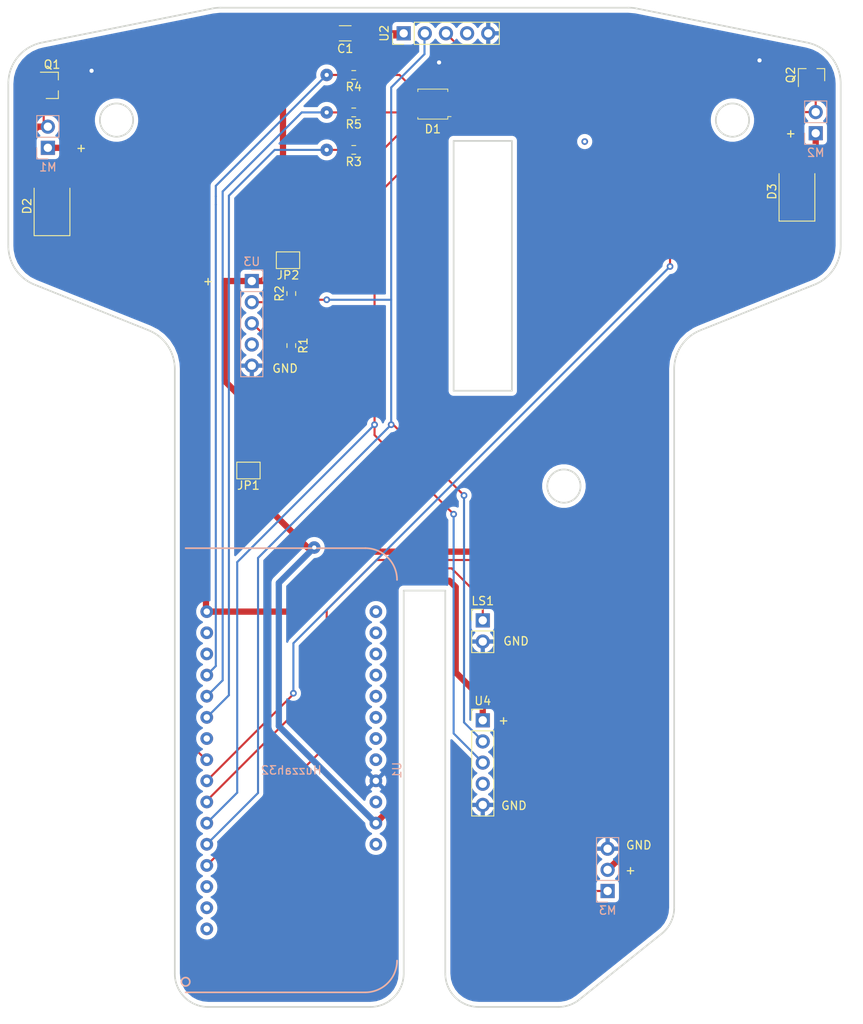
<source format=kicad_pcb>
(kicad_pcb (version 20171130) (host pcbnew "(5.1.10-1-10_14)")

  (general
    (thickness 1.6)
    (drawings 56)
    (tracks 186)
    (zones 0)
    (modules 21)
    (nets 39)
  )

  (page A4)
  (title_block
    (title Airbot)
    (rev v01)
    (company "Universal Interaction")
    (comment 2 creativecommons.org/licenses/by/4.0/)
    (comment 3 "License: CC BY 4.0")
    (comment 4 "Author: David Grieshammer")
  )

  (layers
    (0 F.Cu signal)
    (31 B.Cu signal)
    (32 B.Adhes user)
    (33 F.Adhes user)
    (34 B.Paste user)
    (35 F.Paste user)
    (36 B.SilkS user)
    (37 F.SilkS user)
    (38 B.Mask user)
    (39 F.Mask user)
    (40 Dwgs.User user)
    (41 Cmts.User user)
    (42 Eco1.User user)
    (43 Eco2.User user)
    (44 Edge.Cuts user)
    (45 Margin user)
    (46 B.CrtYd user)
    (47 F.CrtYd user)
    (48 B.Fab user)
    (49 F.Fab user)
  )

  (setup
    (last_trace_width 0.25)
    (user_trace_width 0.752)
    (trace_clearance 0.2)
    (zone_clearance 0.508)
    (zone_45_only no)
    (trace_min 0.2)
    (via_size 0.8)
    (via_drill 0.4)
    (via_min_size 0.4)
    (via_min_drill 0.3)
    (user_via 1.5 0.5)
    (uvia_size 0.3)
    (uvia_drill 0.1)
    (uvias_allowed no)
    (uvia_min_size 0.2)
    (uvia_min_drill 0.1)
    (edge_width 0.05)
    (segment_width 0.2)
    (pcb_text_width 0.3)
    (pcb_text_size 1.5 1.5)
    (mod_edge_width 0.12)
    (mod_text_size 1 1)
    (mod_text_width 0.15)
    (pad_size 1.524 1.524)
    (pad_drill 0.762)
    (pad_to_mask_clearance 0.05)
    (solder_mask_min_width 0.254)
    (aux_axis_origin 0 0)
    (visible_elements FFFFFF7F)
    (pcbplotparams
      (layerselection 0x010fc_ffffffff)
      (usegerberextensions true)
      (usegerberattributes false)
      (usegerberadvancedattributes false)
      (creategerberjobfile false)
      (excludeedgelayer true)
      (linewidth 0.100000)
      (plotframeref false)
      (viasonmask false)
      (mode 1)
      (useauxorigin false)
      (hpglpennumber 1)
      (hpglpenspeed 20)
      (hpglpendiameter 15.000000)
      (psnegative false)
      (psa4output false)
      (plotreference true)
      (plotvalue false)
      (plotinvisibletext false)
      (padsonsilk false)
      (subtractmaskfromsilk true)
      (outputformat 1)
      (mirror false)
      (drillshape 0)
      (scaleselection 1)
      (outputdirectory "Gerber/"))
  )

  (net 0 "")
  (net 1 GND)
  (net 2 +BATT)
  (net 3 "Net-(D2-Pad2)")
  (net 4 "Net-(D3-Pad2)")
  (net 5 "Net-(JP1-Pad1)")
  (net 6 /3,3V)
  (net 7 "Net-(JP2-Pad1)")
  (net 8 /Servo)
  (net 9 /Motor_left)
  (net 10 /Motor_right)
  (net 11 /SCL)
  (net 12 /SDA)
  (net 13 "Net-(U1-Pad1)")
  (net 14 "Net-(U1-Pad3)")
  (net 15 "Net-(U1-Pad5)")
  (net 16 "Net-(U1-Pad6)")
  (net 17 "Net-(U1-Pad7)")
  (net 18 "Net-(U1-Pad8)")
  (net 19 "Net-(U1-Pad9)")
  (net 20 "Net-(U1-Pad10)")
  (net 21 "Net-(U1-Pad11)")
  (net 22 "Net-(U1-Pad12)")
  (net 23 "Net-(U1-Pad13)")
  (net 24 "Net-(U1-Pad14)")
  (net 25 "Net-(U1-Pad15)")
  (net 26 "Net-(U1-Pad26)")
  (net 27 "Net-(U1-Pad27)")
  (net 28 "Net-(D1-Pad6)")
  (net 29 "Net-(D1-Pad5)")
  (net 30 "Net-(D1-Pad4)")
  (net 31 /speaker)
  (net 32 "Net-(R3-Pad2)")
  (net 33 "Net-(R4-Pad2)")
  (net 34 "Net-(R5-Pad2)")
  (net 35 "Net-(U1-Pad22)")
  (net 36 "Net-(U2-Pad4)")
  (net 37 "Net-(U3-Pad4)")
  (net 38 "Net-(U4-Pad4)")

  (net_class Default "This is the default net class."
    (clearance 0.2)
    (trace_width 0.25)
    (via_dia 0.8)
    (via_drill 0.4)
    (uvia_dia 0.3)
    (uvia_drill 0.1)
    (add_net +BATT)
    (add_net /3,3V)
    (add_net /Motor_left)
    (add_net /Motor_right)
    (add_net /SCL)
    (add_net /SDA)
    (add_net /Servo)
    (add_net /speaker)
    (add_net GND)
    (add_net "Net-(D1-Pad4)")
    (add_net "Net-(D1-Pad5)")
    (add_net "Net-(D1-Pad6)")
    (add_net "Net-(D2-Pad2)")
    (add_net "Net-(D3-Pad2)")
    (add_net "Net-(JP1-Pad1)")
    (add_net "Net-(JP2-Pad1)")
    (add_net "Net-(R3-Pad2)")
    (add_net "Net-(R4-Pad2)")
    (add_net "Net-(R5-Pad2)")
    (add_net "Net-(U1-Pad1)")
    (add_net "Net-(U1-Pad10)")
    (add_net "Net-(U1-Pad11)")
    (add_net "Net-(U1-Pad12)")
    (add_net "Net-(U1-Pad13)")
    (add_net "Net-(U1-Pad14)")
    (add_net "Net-(U1-Pad15)")
    (add_net "Net-(U1-Pad22)")
    (add_net "Net-(U1-Pad26)")
    (add_net "Net-(U1-Pad27)")
    (add_net "Net-(U1-Pad3)")
    (add_net "Net-(U1-Pad5)")
    (add_net "Net-(U1-Pad6)")
    (add_net "Net-(U1-Pad7)")
    (add_net "Net-(U1-Pad8)")
    (add_net "Net-(U1-Pad9)")
    (add_net "Net-(U2-Pad4)")
    (add_net "Net-(U3-Pad4)")
    (add_net "Net-(U4-Pad4)")
  )

  (module Capacitor_SMD:C_1206_3216Metric (layer F.Cu) (tedit 5F68FEEE) (tstamp 60B52B45)
    (at 141.475 31 180)
    (descr "Capacitor SMD 1206 (3216 Metric), square (rectangular) end terminal, IPC_7351 nominal, (Body size source: IPC-SM-782 page 76, https://www.pcb-3d.com/wordpress/wp-content/uploads/ipc-sm-782a_amendment_1_and_2.pdf), generated with kicad-footprint-generator")
    (tags capacitor)
    (path /60A2F862)
    (attr smd)
    (fp_text reference C1 (at 0 -1.85) (layer F.SilkS)
      (effects (font (size 1 1) (thickness 0.15)))
    )
    (fp_text value 100uF (at 0 1.85) (layer F.Fab)
      (effects (font (size 1 1) (thickness 0.15)))
    )
    (fp_line (start 2.3 1.15) (end -2.3 1.15) (layer F.CrtYd) (width 0.05))
    (fp_line (start 2.3 -1.15) (end 2.3 1.15) (layer F.CrtYd) (width 0.05))
    (fp_line (start -2.3 -1.15) (end 2.3 -1.15) (layer F.CrtYd) (width 0.05))
    (fp_line (start -2.3 1.15) (end -2.3 -1.15) (layer F.CrtYd) (width 0.05))
    (fp_line (start -0.711252 0.91) (end 0.711252 0.91) (layer F.SilkS) (width 0.12))
    (fp_line (start -0.711252 -0.91) (end 0.711252 -0.91) (layer F.SilkS) (width 0.12))
    (fp_line (start 1.6 0.8) (end -1.6 0.8) (layer F.Fab) (width 0.1))
    (fp_line (start 1.6 -0.8) (end 1.6 0.8) (layer F.Fab) (width 0.1))
    (fp_line (start -1.6 -0.8) (end 1.6 -0.8) (layer F.Fab) (width 0.1))
    (fp_line (start -1.6 0.8) (end -1.6 -0.8) (layer F.Fab) (width 0.1))
    (fp_text user %R (at 0 0) (layer F.Fab)
      (effects (font (size 0.8 0.8) (thickness 0.12)))
    )
    (pad 1 smd roundrect (at -1.475 0 180) (size 1.15 1.8) (layers F.Cu F.Paste F.Mask) (roundrect_rratio 0.2173904347826087)
      (net 6 /3,3V))
    (pad 2 smd roundrect (at 1.475 0 180) (size 1.15 1.8) (layers F.Cu F.Paste F.Mask) (roundrect_rratio 0.2173904347826087)
      (net 1 GND))
    (model ${KISYS3DMOD}/Capacitor_SMD.3dshapes/C_1206_3216Metric.wrl
      (at (xyz 0 0 0))
      (scale (xyz 1 1 1))
      (rotate (xyz 0 0 0))
    )
  )

  (module Jumper:SolderJumper-2_P1.3mm_Bridged_Pad1.0x1.5mm (layer F.Cu) (tedit 5C756AB2) (tstamp 60A03D76)
    (at 129.85 83.5 180)
    (descr "SMD Solder Jumper, 1x1.5mm Pads, 0.3mm gap, bridged with 1 copper strip")
    (tags "solder jumper open")
    (path /60AE49B1)
    (attr virtual)
    (fp_text reference JP1 (at 0 -1.8) (layer F.SilkS)
      (effects (font (size 1 1) (thickness 0.15)))
    )
    (fp_text value Jumper_2_Bridged (at 0 1.9) (layer F.Fab)
      (effects (font (size 1 1) (thickness 0.15)))
    )
    (fp_poly (pts (xy -0.25 -0.3) (xy 0.25 -0.3) (xy 0.25 0.3) (xy -0.25 0.3)) (layer F.Cu) (width 0))
    (fp_line (start 1.65 1.25) (end -1.65 1.25) (layer F.CrtYd) (width 0.05))
    (fp_line (start 1.65 1.25) (end 1.65 -1.25) (layer F.CrtYd) (width 0.05))
    (fp_line (start -1.65 -1.25) (end -1.65 1.25) (layer F.CrtYd) (width 0.05))
    (fp_line (start -1.65 -1.25) (end 1.65 -1.25) (layer F.CrtYd) (width 0.05))
    (fp_line (start -1.4 -1) (end 1.4 -1) (layer F.SilkS) (width 0.12))
    (fp_line (start 1.4 -1) (end 1.4 1) (layer F.SilkS) (width 0.12))
    (fp_line (start 1.4 1) (end -1.4 1) (layer F.SilkS) (width 0.12))
    (fp_line (start -1.4 1) (end -1.4 -1) (layer F.SilkS) (width 0.12))
    (pad 1 smd rect (at -0.65 0 180) (size 1 1.5) (layers F.Cu F.Mask)
      (net 5 "Net-(JP1-Pad1)"))
    (pad 2 smd rect (at 0.65 0 180) (size 1 1.5) (layers F.Cu F.Mask)
      (net 6 /3,3V))
  )

  (module Jumper:SolderJumper-2_P1.3mm_Bridged_Pad1.0x1.5mm (layer F.Cu) (tedit 5C756AB2) (tstamp 60A03D85)
    (at 134.6 58.25 180)
    (descr "SMD Solder Jumper, 1x1.5mm Pads, 0.3mm gap, bridged with 1 copper strip")
    (tags "solder jumper open")
    (path /60AF2365)
    (attr virtual)
    (fp_text reference JP2 (at 0 -1.8) (layer F.SilkS)
      (effects (font (size 1 1) (thickness 0.15)))
    )
    (fp_text value Jumper_2_Bridged (at 0 1.9) (layer F.Fab)
      (effects (font (size 1 1) (thickness 0.15)))
    )
    (fp_line (start -1.4 1) (end -1.4 -1) (layer F.SilkS) (width 0.12))
    (fp_line (start 1.4 1) (end -1.4 1) (layer F.SilkS) (width 0.12))
    (fp_line (start 1.4 -1) (end 1.4 1) (layer F.SilkS) (width 0.12))
    (fp_line (start -1.4 -1) (end 1.4 -1) (layer F.SilkS) (width 0.12))
    (fp_line (start -1.65 -1.25) (end 1.65 -1.25) (layer F.CrtYd) (width 0.05))
    (fp_line (start -1.65 -1.25) (end -1.65 1.25) (layer F.CrtYd) (width 0.05))
    (fp_line (start 1.65 1.25) (end 1.65 -1.25) (layer F.CrtYd) (width 0.05))
    (fp_line (start 1.65 1.25) (end -1.65 1.25) (layer F.CrtYd) (width 0.05))
    (fp_poly (pts (xy -0.25 -0.3) (xy 0.25 -0.3) (xy 0.25 0.3) (xy -0.25 0.3)) (layer F.Cu) (width 0))
    (pad 2 smd rect (at 0.65 0 180) (size 1 1.5) (layers F.Cu F.Mask)
      (net 6 /3,3V))
    (pad 1 smd rect (at -0.65 0 180) (size 1 1.5) (layers F.Cu F.Mask)
      (net 7 "Net-(JP2-Pad1)"))
  )

  (module Connector_PinHeader_2.54mm:PinHeader_1x02_P2.54mm_Vertical (layer B.Cu) (tedit 59FED5CC) (tstamp 60B586CB)
    (at 105.75 44.75)
    (descr "Through hole straight pin header, 1x02, 2.54mm pitch, single row")
    (tags "Through hole pin header THT 1x02 2.54mm single row")
    (path /609B3773)
    (fp_text reference M1 (at 0 2.33) (layer B.SilkS)
      (effects (font (size 1 1) (thickness 0.15)) (justify mirror))
    )
    (fp_text value Motor_DC_left (at 0 -4.87) (layer B.Fab)
      (effects (font (size 1 1) (thickness 0.15)) (justify mirror))
    )
    (fp_line (start 1.8 1.8) (end -1.8 1.8) (layer B.CrtYd) (width 0.05))
    (fp_line (start 1.8 -4.35) (end 1.8 1.8) (layer B.CrtYd) (width 0.05))
    (fp_line (start -1.8 -4.35) (end 1.8 -4.35) (layer B.CrtYd) (width 0.05))
    (fp_line (start -1.8 1.8) (end -1.8 -4.35) (layer B.CrtYd) (width 0.05))
    (fp_line (start -1.33 1.33) (end 0 1.33) (layer B.SilkS) (width 0.12))
    (fp_line (start -1.33 0) (end -1.33 1.33) (layer B.SilkS) (width 0.12))
    (fp_line (start -1.33 -1.27) (end 1.33 -1.27) (layer B.SilkS) (width 0.12))
    (fp_line (start 1.33 -1.27) (end 1.33 -3.87) (layer B.SilkS) (width 0.12))
    (fp_line (start -1.33 -1.27) (end -1.33 -3.87) (layer B.SilkS) (width 0.12))
    (fp_line (start -1.33 -3.87) (end 1.33 -3.87) (layer B.SilkS) (width 0.12))
    (fp_line (start -1.27 0.635) (end -0.635 1.27) (layer B.Fab) (width 0.1))
    (fp_line (start -1.27 -3.81) (end -1.27 0.635) (layer B.Fab) (width 0.1))
    (fp_line (start 1.27 -3.81) (end -1.27 -3.81) (layer B.Fab) (width 0.1))
    (fp_line (start 1.27 1.27) (end 1.27 -3.81) (layer B.Fab) (width 0.1))
    (fp_line (start -0.635 1.27) (end 1.27 1.27) (layer B.Fab) (width 0.1))
    (fp_text user %R (at 0 -1.27 -90) (layer B.Fab)
      (effects (font (size 1 1) (thickness 0.15)) (justify mirror))
    )
    (pad 1 thru_hole rect (at 0 0) (size 1.7 1.7) (drill 1) (layers *.Cu *.Mask)
      (net 2 +BATT))
    (pad 2 thru_hole oval (at 0 -2.54) (size 1.7 1.7) (drill 1) (layers *.Cu *.Mask)
      (net 3 "Net-(D2-Pad2)"))
    (model ${KISYS3DMOD}/Connector_PinHeader_2.54mm.3dshapes/PinHeader_1x02_P2.54mm_Vertical.wrl
      (at (xyz 0 0 0))
      (scale (xyz 1 1 1))
      (rotate (xyz 0 0 0))
    )
  )

  (module Connector_PinHeader_2.54mm:PinHeader_1x02_P2.54mm_Vertical (layer B.Cu) (tedit 59FED5CC) (tstamp 60AEA8E0)
    (at 198 43)
    (descr "Through hole straight pin header, 1x02, 2.54mm pitch, single row")
    (tags "Through hole pin header THT 1x02 2.54mm single row")
    (path /60A5A727)
    (fp_text reference M2 (at 0 2.33) (layer B.SilkS)
      (effects (font (size 1 1) (thickness 0.15)) (justify mirror))
    )
    (fp_text value Motor_DC_right (at 0 -4.87) (layer B.Fab)
      (effects (font (size 1 1) (thickness 0.15)) (justify mirror))
    )
    (fp_line (start -0.635 1.27) (end 1.27 1.27) (layer B.Fab) (width 0.1))
    (fp_line (start 1.27 1.27) (end 1.27 -3.81) (layer B.Fab) (width 0.1))
    (fp_line (start 1.27 -3.81) (end -1.27 -3.81) (layer B.Fab) (width 0.1))
    (fp_line (start -1.27 -3.81) (end -1.27 0.635) (layer B.Fab) (width 0.1))
    (fp_line (start -1.27 0.635) (end -0.635 1.27) (layer B.Fab) (width 0.1))
    (fp_line (start -1.33 -3.87) (end 1.33 -3.87) (layer B.SilkS) (width 0.12))
    (fp_line (start -1.33 -1.27) (end -1.33 -3.87) (layer B.SilkS) (width 0.12))
    (fp_line (start 1.33 -1.27) (end 1.33 -3.87) (layer B.SilkS) (width 0.12))
    (fp_line (start -1.33 -1.27) (end 1.33 -1.27) (layer B.SilkS) (width 0.12))
    (fp_line (start -1.33 0) (end -1.33 1.33) (layer B.SilkS) (width 0.12))
    (fp_line (start -1.33 1.33) (end 0 1.33) (layer B.SilkS) (width 0.12))
    (fp_line (start -1.8 1.8) (end -1.8 -4.35) (layer B.CrtYd) (width 0.05))
    (fp_line (start -1.8 -4.35) (end 1.8 -4.35) (layer B.CrtYd) (width 0.05))
    (fp_line (start 1.8 -4.35) (end 1.8 1.8) (layer B.CrtYd) (width 0.05))
    (fp_line (start 1.8 1.8) (end -1.8 1.8) (layer B.CrtYd) (width 0.05))
    (fp_text user %R (at 0 -1.27 -90) (layer B.Fab)
      (effects (font (size 1 1) (thickness 0.15)) (justify mirror))
    )
    (pad 2 thru_hole oval (at 0 -2.54) (size 1.7 1.7) (drill 1) (layers *.Cu *.Mask)
      (net 4 "Net-(D3-Pad2)"))
    (pad 1 thru_hole rect (at 0 0) (size 1.7 1.7) (drill 1) (layers *.Cu *.Mask)
      (net 2 +BATT))
    (model ${KISYS3DMOD}/Connector_PinHeader_2.54mm.3dshapes/PinHeader_1x02_P2.54mm_Vertical.wrl
      (at (xyz 0 0 0))
      (scale (xyz 1 1 1))
      (rotate (xyz 0 0 0))
    )
  )

  (module Package_TO_SOT_SMD:SOT-23 (layer F.Cu) (tedit 5A02FF57) (tstamp 60A03E06)
    (at 106.25 37.25)
    (descr "SOT-23, Standard")
    (tags SOT-23)
    (path /609EA98F)
    (attr smd)
    (fp_text reference Q1 (at 0 -2.5) (layer F.SilkS)
      (effects (font (size 1 1) (thickness 0.15)))
    )
    (fp_text value NPN_MMBT8050 (at 0 2.5) (layer F.Fab)
      (effects (font (size 1 1) (thickness 0.15)))
    )
    (fp_line (start 0.76 1.58) (end -0.7 1.58) (layer F.SilkS) (width 0.12))
    (fp_line (start 0.76 -1.58) (end -1.4 -1.58) (layer F.SilkS) (width 0.12))
    (fp_line (start -1.7 1.75) (end -1.7 -1.75) (layer F.CrtYd) (width 0.05))
    (fp_line (start 1.7 1.75) (end -1.7 1.75) (layer F.CrtYd) (width 0.05))
    (fp_line (start 1.7 -1.75) (end 1.7 1.75) (layer F.CrtYd) (width 0.05))
    (fp_line (start -1.7 -1.75) (end 1.7 -1.75) (layer F.CrtYd) (width 0.05))
    (fp_line (start 0.76 -1.58) (end 0.76 -0.65) (layer F.SilkS) (width 0.12))
    (fp_line (start 0.76 1.58) (end 0.76 0.65) (layer F.SilkS) (width 0.12))
    (fp_line (start -0.7 1.52) (end 0.7 1.52) (layer F.Fab) (width 0.1))
    (fp_line (start 0.7 -1.52) (end 0.7 1.52) (layer F.Fab) (width 0.1))
    (fp_line (start -0.7 -0.95) (end -0.15 -1.52) (layer F.Fab) (width 0.1))
    (fp_line (start -0.15 -1.52) (end 0.7 -1.52) (layer F.Fab) (width 0.1))
    (fp_line (start -0.7 -0.95) (end -0.7 1.5) (layer F.Fab) (width 0.1))
    (fp_text user %R (at 0 0) (layer F.Fab)
      (effects (font (size 0.5 0.5) (thickness 0.075)))
    )
    (pad 1 smd rect (at -1 -0.95) (size 0.9 0.8) (layers F.Cu F.Paste F.Mask)
      (net 9 /Motor_left))
    (pad 2 smd rect (at -1 0.95) (size 0.9 0.8) (layers F.Cu F.Paste F.Mask)
      (net 3 "Net-(D2-Pad2)"))
    (pad 3 smd rect (at 1 0) (size 0.9 0.8) (layers F.Cu F.Paste F.Mask)
      (net 1 GND))
    (model ${KISYS3DMOD}/Package_TO_SOT_SMD.3dshapes/SOT-23.wrl
      (at (xyz 0 0 0))
      (scale (xyz 1 1 1))
      (rotate (xyz 0 0 0))
    )
  )

  (module Package_TO_SOT_SMD:SOT-23 (layer F.Cu) (tedit 5A02FF57) (tstamp 60B5E612)
    (at 197.5 36 90)
    (descr "SOT-23, Standard")
    (tags SOT-23)
    (path /60A5A71D)
    (attr smd)
    (fp_text reference Q2 (at 0 -2.5 90) (layer F.SilkS)
      (effects (font (size 1 1) (thickness 0.15)))
    )
    (fp_text value NPN_MMBT8050 (at 0 2.5 90) (layer F.Fab)
      (effects (font (size 1 1) (thickness 0.15)))
    )
    (fp_line (start -0.7 -0.95) (end -0.7 1.5) (layer F.Fab) (width 0.1))
    (fp_line (start -0.15 -1.52) (end 0.7 -1.52) (layer F.Fab) (width 0.1))
    (fp_line (start -0.7 -0.95) (end -0.15 -1.52) (layer F.Fab) (width 0.1))
    (fp_line (start 0.7 -1.52) (end 0.7 1.52) (layer F.Fab) (width 0.1))
    (fp_line (start -0.7 1.52) (end 0.7 1.52) (layer F.Fab) (width 0.1))
    (fp_line (start 0.76 1.58) (end 0.76 0.65) (layer F.SilkS) (width 0.12))
    (fp_line (start 0.76 -1.58) (end 0.76 -0.65) (layer F.SilkS) (width 0.12))
    (fp_line (start -1.7 -1.75) (end 1.7 -1.75) (layer F.CrtYd) (width 0.05))
    (fp_line (start 1.7 -1.75) (end 1.7 1.75) (layer F.CrtYd) (width 0.05))
    (fp_line (start 1.7 1.75) (end -1.7 1.75) (layer F.CrtYd) (width 0.05))
    (fp_line (start -1.7 1.75) (end -1.7 -1.75) (layer F.CrtYd) (width 0.05))
    (fp_line (start 0.76 -1.58) (end -1.4 -1.58) (layer F.SilkS) (width 0.12))
    (fp_line (start 0.76 1.58) (end -0.7 1.58) (layer F.SilkS) (width 0.12))
    (fp_text user %R (at 0 0) (layer F.Fab)
      (effects (font (size 0.5 0.5) (thickness 0.075)))
    )
    (pad 3 smd rect (at 1 0 90) (size 0.9 0.8) (layers F.Cu F.Paste F.Mask)
      (net 1 GND))
    (pad 2 smd rect (at -1 0.95 90) (size 0.9 0.8) (layers F.Cu F.Paste F.Mask)
      (net 4 "Net-(D3-Pad2)"))
    (pad 1 smd rect (at -1 -0.95 90) (size 0.9 0.8) (layers F.Cu F.Paste F.Mask)
      (net 10 /Motor_right))
    (model ${KISYS3DMOD}/Package_TO_SOT_SMD.3dshapes/SOT-23.wrl
      (at (xyz 0 0 0))
      (scale (xyz 1 1 1))
      (rotate (xyz 0 0 0))
    )
  )

  (module AirBot:Huzzah32 (layer B.Cu) (tedit 609A59B6) (tstamp 60A03E80)
    (at 135 119.5 90)
    (path /609A9FA3)
    (fp_text reference U1 (at 0 12.7 270) (layer B.SilkS)
      (effects (font (size 1 1) (thickness 0.15)) (justify mirror))
    )
    (fp_text value Huzzah32 (at 0 -12.7 270) (layer B.Fab)
      (effects (font (size 1 1) (thickness 0.15)) (justify mirror))
    )
    (fp_line (start 22.86 11.43) (end -22.86 11.43) (layer B.Fab) (width 0.12))
    (fp_line (start 25.4 8.89) (end 25.4 -8.89) (layer B.Fab) (width 0.12))
    (fp_line (start 22.86 -11.43) (end -22.86 -11.43) (layer B.Fab) (width 0.12))
    (fp_line (start -25.4 -8.89) (end -25.4 8.89) (layer B.Fab) (width 0.12))
    (fp_circle (center -22.86 8.89) (end -21.59 8.89) (layer B.Fab) (width 0.12))
    (fp_circle (center -22.86 -8.89) (end -21.59 -8.89) (layer B.Fab) (width 0.12))
    (fp_circle (center 22.86 -8.89) (end 24.13 -8.89) (layer B.Fab) (width 0.12))
    (fp_circle (center 22.86 8.89) (end 24.13 8.89) (layer B.Fab) (width 0.12))
    (fp_circle (center -25.4 -12.7) (end -24.892 -12.7) (layer B.SilkS) (width 0.2032))
    (fp_line (start -26.67 8.89) (end -26.67 -12.7) (layer B.SilkS) (width 0.2032))
    (fp_line (start 26.67 8.89) (end 26.67 -12.7) (layer B.SilkS) (width 0.2032))
    (fp_arc (start -22.86 8.89) (end -22.86 11.43) (angle 90) (layer B.Fab) (width 0.12))
    (fp_arc (start -22.86 -8.89) (end -25.4 -8.89) (angle 90) (layer B.Fab) (width 0.12))
    (fp_arc (start 22.86 -8.89) (end 22.86 -11.43) (angle 90) (layer B.Fab) (width 0.12))
    (fp_arc (start 22.86 8.89) (end 25.4 8.89) (angle 90) (layer B.Fab) (width 0.12))
    (fp_arc (start -22.86 8.89) (end -22.86 12.7) (angle 90) (layer B.SilkS) (width 0.2032))
    (fp_arc (start 22.86 8.89) (end 26.67 8.89) (angle 90) (layer B.SilkS) (width 0.2032))
    (fp_text user Huzzah32 (at 0 0) (layer B.SilkS)
      (effects (font (size 1 1) (thickness 0.15)) (justify mirror))
    )
    (pad 1 thru_hole circle (at -8.89 10.16 90) (size 1.524 1.524) (drill 0.762) (layers *.Cu *.Mask)
      (net 13 "Net-(U1-Pad1)"))
    (pad 2 thru_hole circle (at -6.35 10.16 90) (size 1.524 1.524) (drill 0.762) (layers *.Cu *.Mask)
      (net 6 /3,3V))
    (pad 3 thru_hole circle (at -3.81 10.16 90) (size 1.524 1.524) (drill 0.762) (layers *.Cu *.Mask)
      (net 14 "Net-(U1-Pad3)"))
    (pad 4 thru_hole circle (at -1.27 10.16 90) (size 1.524 1.524) (drill 0.762) (layers *.Cu *.Mask)
      (net 1 GND))
    (pad 5 thru_hole circle (at 1.27 10.16 90) (size 1.524 1.524) (drill 0.762) (layers *.Cu *.Mask)
      (net 15 "Net-(U1-Pad5)"))
    (pad 6 thru_hole circle (at 3.81 10.16 90) (size 1.524 1.524) (drill 0.762) (layers *.Cu *.Mask)
      (net 16 "Net-(U1-Pad6)"))
    (pad 7 thru_hole circle (at 6.35 10.16 90) (size 1.524 1.524) (drill 0.762) (layers *.Cu *.Mask)
      (net 17 "Net-(U1-Pad7)"))
    (pad 8 thru_hole circle (at 8.89 10.16 90) (size 1.524 1.524) (drill 0.762) (layers *.Cu *.Mask)
      (net 18 "Net-(U1-Pad8)"))
    (pad 9 thru_hole circle (at 11.43 10.16 90) (size 1.524 1.524) (drill 0.762) (layers *.Cu *.Mask)
      (net 19 "Net-(U1-Pad9)"))
    (pad 10 thru_hole circle (at 13.97 10.16 90) (size 1.524 1.524) (drill 0.762) (layers *.Cu *.Mask)
      (net 20 "Net-(U1-Pad10)"))
    (pad 11 thru_hole circle (at 16.51 10.16 90) (size 1.524 1.524) (drill 0.762) (layers *.Cu *.Mask)
      (net 21 "Net-(U1-Pad11)"))
    (pad 12 thru_hole circle (at 19.05 10.16 90) (size 1.524 1.524) (drill 0.762) (layers *.Cu *.Mask)
      (net 22 "Net-(U1-Pad12)"))
    (pad 13 thru_hole circle (at -19.05 -10.16 90) (size 1.524 1.524) (drill 0.762) (layers *.Cu *.Mask)
      (net 23 "Net-(U1-Pad13)"))
    (pad 14 thru_hole circle (at -16.51 -10.16 90) (size 1.524 1.524) (drill 0.762) (layers *.Cu *.Mask)
      (net 24 "Net-(U1-Pad14)"))
    (pad 15 thru_hole circle (at -13.97 -10.16 90) (size 1.524 1.524) (drill 0.762) (layers *.Cu *.Mask)
      (net 25 "Net-(U1-Pad15)"))
    (pad 16 thru_hole circle (at -11.43 -10.16 90) (size 1.524 1.524) (drill 0.762) (layers *.Cu *.Mask)
      (net 31 /speaker))
    (pad 17 thru_hole circle (at -8.89 -10.16 90) (size 1.524 1.524) (drill 0.762) (layers *.Cu *.Mask)
      (net 12 /SDA))
    (pad 18 thru_hole circle (at -6.35 -10.16 90) (size 1.524 1.524) (drill 0.762) (layers *.Cu *.Mask)
      (net 11 /SCL))
    (pad 19 thru_hole circle (at -3.81 -10.16 90) (size 1.524 1.524) (drill 0.762) (layers *.Cu *.Mask)
      (net 8 /Servo))
    (pad 20 thru_hole circle (at -1.27 -10.16 90) (size 1.524 1.524) (drill 0.762) (layers *.Cu *.Mask)
      (net 10 /Motor_right))
    (pad 21 thru_hole circle (at 1.27 -10.16 90) (size 1.524 1.524) (drill 0.762) (layers *.Cu *.Mask)
      (net 9 /Motor_left))
    (pad 22 thru_hole circle (at 3.81 -10.16 90) (size 1.524 1.524) (drill 0.762) (layers *.Cu *.Mask)
      (net 35 "Net-(U1-Pad22)"))
    (pad 23 thru_hole circle (at 6.35 -10.16 90) (size 1.524 1.524) (drill 0.762) (layers *.Cu *.Mask)
      (net 32 "Net-(R3-Pad2)"))
    (pad 24 thru_hole circle (at 8.89 -10.16 90) (size 1.524 1.524) (drill 0.762) (layers *.Cu *.Mask)
      (net 34 "Net-(R5-Pad2)"))
    (pad 25 thru_hole circle (at 11.43 -10.16 90) (size 1.524 1.524) (drill 0.762) (layers *.Cu *.Mask)
      (net 33 "Net-(R4-Pad2)"))
    (pad 26 thru_hole circle (at 13.97 -10.16 90) (size 1.524 1.524) (drill 0.762) (layers *.Cu *.Mask)
      (net 26 "Net-(U1-Pad26)"))
    (pad 27 thru_hole circle (at 16.51 -10.16 90) (size 1.524 1.524) (drill 0.762) (layers *.Cu *.Mask)
      (net 27 "Net-(U1-Pad27)"))
    (pad 28 thru_hole circle (at 19.05 -10.16 90) (size 1.524 1.524) (drill 0.762) (layers *.Cu *.Mask)
      (net 2 +BATT))
  )

  (module digikey-footprints:6-PLCC_3.5x3.5mm (layer F.Cu) (tedit 5D288D20) (tstamp 60B55B87)
    (at 152 39.5 180)
    (path /60B64C6B)
    (attr smd)
    (fp_text reference D1 (at 0 -3 180) (layer F.SilkS)
      (effects (font (size 1 1) (thickness 0.15)))
    )
    (fp_text value ASMB-TTB0-0A3A2 (at 0 3.1) (layer F.Fab)
      (effects (font (size 1 1) (thickness 0.15)))
    )
    (fp_line (start -1.75 -1.75) (end 1.75 -1.75) (layer F.Fab) (width 0.1))
    (fp_line (start 1.75 -1.75) (end 1.75 1.75) (layer F.Fab) (width 0.1))
    (fp_line (start 1.75 1.75) (end -1.75 1.75) (layer F.Fab) (width 0.1))
    (fp_line (start -1.75 1.75) (end -1.75 -1.75) (layer F.Fab) (width 0.1))
    (fp_line (start 1.8 1.5) (end 1.8 1.8) (layer F.SilkS) (width 0.1))
    (fp_line (start 1.8 1.8) (end -1.8 1.8) (layer F.SilkS) (width 0.1))
    (fp_line (start -1.8 1.8) (end -1.8 1.5) (layer F.SilkS) (width 0.1))
    (fp_line (start 1.8 -1.6) (end 1.8 -1.8) (layer F.SilkS) (width 0.1))
    (fp_line (start 1.8 -1.8) (end -1.8 -1.8) (layer F.SilkS) (width 0.1))
    (fp_line (start -1.8 -1.8) (end -1.8 -1.5) (layer F.SilkS) (width 0.1))
    (fp_line (start -1.8 -1.5) (end -2.2 -1.5) (layer F.SilkS) (width 0.1))
    (fp_line (start -2.8 2.3) (end -2.8 -2.3) (layer F.CrtYd) (width 0.1))
    (fp_line (start 2.8 2.3) (end -2.8 2.3) (layer F.CrtYd) (width 0.1))
    (fp_line (start 2.8 -2.3) (end 2.8 2.3) (layer F.CrtYd) (width 0.1))
    (fp_line (start -2.8 -2.3) (end 2.8 -2.3) (layer F.CrtYd) (width 0.1))
    (fp_text user REF** (at 0 0 180) (layer F.Fab)
      (effects (font (size 0.5 0.5) (thickness 0.125)))
    )
    (pad 1 smd rect (at -1.5 -1.05 180) (size 1.6 0.7) (layers F.Cu F.Paste F.Mask)
      (net 1 GND))
    (pad 2 smd rect (at -1.5 0 180) (size 1.6 0.7) (layers F.Cu F.Paste F.Mask)
      (net 1 GND))
    (pad 3 smd rect (at -1.5 1.05 180) (size 1.6 0.7) (layers F.Cu F.Paste F.Mask)
      (net 1 GND))
    (pad 6 smd rect (at 1.5 -1.05 180) (size 1.6 0.7) (layers F.Cu F.Paste F.Mask)
      (net 28 "Net-(D1-Pad6)"))
    (pad 5 smd rect (at 1.5 0 180) (size 1.6 0.7) (layers F.Cu F.Paste F.Mask)
      (net 29 "Net-(D1-Pad5)"))
    (pad 4 smd rect (at 1.5 1.05 180) (size 1.6 0.7) (layers F.Cu F.Paste F.Mask)
      (net 30 "Net-(D1-Pad4)"))
  )

  (module Diode_SMD:D_SMB (layer F.Cu) (tedit 58645DF3) (tstamp 60B587D9)
    (at 106.25 51.75 90)
    (descr "Diode SMB (DO-214AA)")
    (tags "Diode SMB (DO-214AA)")
    (path /60A14BD2)
    (attr smd)
    (fp_text reference D2 (at 0 -3 270) (layer F.SilkS)
      (effects (font (size 1 1) (thickness 0.15)))
    )
    (fp_text value S1BBTR (at 0 3.1 270) (layer F.Fab)
      (effects (font (size 1 1) (thickness 0.15)))
    )
    (fp_line (start -3.55 -2.15) (end -3.55 2.15) (layer F.SilkS) (width 0.12))
    (fp_line (start 2.3 2) (end -2.3 2) (layer F.Fab) (width 0.1))
    (fp_line (start -2.3 2) (end -2.3 -2) (layer F.Fab) (width 0.1))
    (fp_line (start 2.3 -2) (end 2.3 2) (layer F.Fab) (width 0.1))
    (fp_line (start 2.3 -2) (end -2.3 -2) (layer F.Fab) (width 0.1))
    (fp_line (start -3.65 -2.25) (end 3.65 -2.25) (layer F.CrtYd) (width 0.05))
    (fp_line (start 3.65 -2.25) (end 3.65 2.25) (layer F.CrtYd) (width 0.05))
    (fp_line (start 3.65 2.25) (end -3.65 2.25) (layer F.CrtYd) (width 0.05))
    (fp_line (start -3.65 2.25) (end -3.65 -2.25) (layer F.CrtYd) (width 0.05))
    (fp_line (start -0.64944 0.00102) (end -1.55114 0.00102) (layer F.Fab) (width 0.1))
    (fp_line (start 0.50118 0.00102) (end 1.4994 0.00102) (layer F.Fab) (width 0.1))
    (fp_line (start -0.64944 -0.79908) (end -0.64944 0.80112) (layer F.Fab) (width 0.1))
    (fp_line (start 0.50118 0.75032) (end 0.50118 -0.79908) (layer F.Fab) (width 0.1))
    (fp_line (start -0.64944 0.00102) (end 0.50118 0.75032) (layer F.Fab) (width 0.1))
    (fp_line (start -0.64944 0.00102) (end 0.50118 -0.79908) (layer F.Fab) (width 0.1))
    (fp_line (start -3.55 2.15) (end 2.15 2.15) (layer F.SilkS) (width 0.12))
    (fp_line (start -3.55 -2.15) (end 2.15 -2.15) (layer F.SilkS) (width 0.12))
    (fp_text user %R (at 0 -3 270) (layer F.Fab)
      (effects (font (size 1 1) (thickness 0.15)))
    )
    (pad 2 smd rect (at 2.15 0 90) (size 2.5 2.3) (layers F.Cu F.Paste F.Mask)
      (net 3 "Net-(D2-Pad2)"))
    (pad 1 smd rect (at -2.15 0 90) (size 2.5 2.3) (layers F.Cu F.Paste F.Mask)
      (net 2 +BATT))
    (model ${KISYS3DMOD}/Diode_SMD.3dshapes/D_SMB.wrl
      (at (xyz 0 0 0))
      (scale (xyz 1 1 1))
      (rotate (xyz 0 0 0))
    )
  )

  (module Diode_SMD:D_SMB (layer F.Cu) (tedit 58645DF3) (tstamp 60B523E0)
    (at 195.75 50 90)
    (descr "Diode SMB (DO-214AA)")
    (tags "Diode SMB (DO-214AA)")
    (path /60A5A734)
    (attr smd)
    (fp_text reference D3 (at 0 -3 90) (layer F.SilkS)
      (effects (font (size 1 1) (thickness 0.15)))
    )
    (fp_text value S1BBTR (at 0 3.1 90) (layer F.Fab)
      (effects (font (size 1 1) (thickness 0.15)))
    )
    (fp_line (start -3.55 -2.15) (end 2.15 -2.15) (layer F.SilkS) (width 0.12))
    (fp_line (start -3.55 2.15) (end 2.15 2.15) (layer F.SilkS) (width 0.12))
    (fp_line (start -0.64944 0.00102) (end 0.50118 -0.79908) (layer F.Fab) (width 0.1))
    (fp_line (start -0.64944 0.00102) (end 0.50118 0.75032) (layer F.Fab) (width 0.1))
    (fp_line (start 0.50118 0.75032) (end 0.50118 -0.79908) (layer F.Fab) (width 0.1))
    (fp_line (start -0.64944 -0.79908) (end -0.64944 0.80112) (layer F.Fab) (width 0.1))
    (fp_line (start 0.50118 0.00102) (end 1.4994 0.00102) (layer F.Fab) (width 0.1))
    (fp_line (start -0.64944 0.00102) (end -1.55114 0.00102) (layer F.Fab) (width 0.1))
    (fp_line (start -3.65 2.25) (end -3.65 -2.25) (layer F.CrtYd) (width 0.05))
    (fp_line (start 3.65 2.25) (end -3.65 2.25) (layer F.CrtYd) (width 0.05))
    (fp_line (start 3.65 -2.25) (end 3.65 2.25) (layer F.CrtYd) (width 0.05))
    (fp_line (start -3.65 -2.25) (end 3.65 -2.25) (layer F.CrtYd) (width 0.05))
    (fp_line (start 2.3 -2) (end -2.3 -2) (layer F.Fab) (width 0.1))
    (fp_line (start 2.3 -2) (end 2.3 2) (layer F.Fab) (width 0.1))
    (fp_line (start -2.3 2) (end -2.3 -2) (layer F.Fab) (width 0.1))
    (fp_line (start 2.3 2) (end -2.3 2) (layer F.Fab) (width 0.1))
    (fp_line (start -3.55 -2.15) (end -3.55 2.15) (layer F.SilkS) (width 0.12))
    (fp_text user %R (at 0 -3 90) (layer F.Fab)
      (effects (font (size 1 1) (thickness 0.15)))
    )
    (pad 1 smd rect (at -2.15 0 90) (size 2.5 2.3) (layers F.Cu F.Paste F.Mask)
      (net 2 +BATT))
    (pad 2 smd rect (at 2.15 0 90) (size 2.5 2.3) (layers F.Cu F.Paste F.Mask)
      (net 4 "Net-(D3-Pad2)"))
    (model ${KISYS3DMOD}/Diode_SMD.3dshapes/D_SMB.wrl
      (at (xyz 0 0 0))
      (scale (xyz 1 1 1))
      (rotate (xyz 0 0 0))
    )
  )

  (module Connector_PinHeader_2.54mm:PinHeader_1x03_P2.54mm_Vertical (layer B.Cu) (tedit 59FED5CC) (tstamp 60B5915E)
    (at 173 134)
    (descr "Through hole straight pin header, 1x03, 2.54mm pitch, single row")
    (tags "Through hole pin header THT 1x03 2.54mm single row")
    (path /609B0434)
    (fp_text reference M3 (at 0 2.33) (layer B.SilkS)
      (effects (font (size 1 1) (thickness 0.15)) (justify mirror))
    )
    (fp_text value Motor_Servo (at 0 -7.41) (layer B.Fab)
      (effects (font (size 1 1) (thickness 0.15)) (justify mirror))
    )
    (fp_line (start 1.8 1.8) (end -1.8 1.8) (layer B.CrtYd) (width 0.05))
    (fp_line (start 1.8 -6.85) (end 1.8 1.8) (layer B.CrtYd) (width 0.05))
    (fp_line (start -1.8 -6.85) (end 1.8 -6.85) (layer B.CrtYd) (width 0.05))
    (fp_line (start -1.8 1.8) (end -1.8 -6.85) (layer B.CrtYd) (width 0.05))
    (fp_line (start -1.33 1.33) (end 0 1.33) (layer B.SilkS) (width 0.12))
    (fp_line (start -1.33 0) (end -1.33 1.33) (layer B.SilkS) (width 0.12))
    (fp_line (start -1.33 -1.27) (end 1.33 -1.27) (layer B.SilkS) (width 0.12))
    (fp_line (start 1.33 -1.27) (end 1.33 -6.41) (layer B.SilkS) (width 0.12))
    (fp_line (start -1.33 -1.27) (end -1.33 -6.41) (layer B.SilkS) (width 0.12))
    (fp_line (start -1.33 -6.41) (end 1.33 -6.41) (layer B.SilkS) (width 0.12))
    (fp_line (start -1.27 0.635) (end -0.635 1.27) (layer B.Fab) (width 0.1))
    (fp_line (start -1.27 -6.35) (end -1.27 0.635) (layer B.Fab) (width 0.1))
    (fp_line (start 1.27 -6.35) (end -1.27 -6.35) (layer B.Fab) (width 0.1))
    (fp_line (start 1.27 1.27) (end 1.27 -6.35) (layer B.Fab) (width 0.1))
    (fp_line (start -0.635 1.27) (end 1.27 1.27) (layer B.Fab) (width 0.1))
    (fp_text user %R (at 0 -2.54) (layer B.Fab)
      (effects (font (size 1 1) (thickness 0.15)) (justify mirror))
    )
    (pad 1 thru_hole rect (at 0 0) (size 1.7 1.7) (drill 1) (layers *.Cu *.Mask)
      (net 8 /Servo))
    (pad 2 thru_hole oval (at 0 -2.54) (size 1.7 1.7) (drill 1) (layers *.Cu *.Mask)
      (net 2 +BATT))
    (pad 3 thru_hole oval (at 0 -5.08) (size 1.7 1.7) (drill 1) (layers *.Cu *.Mask)
      (net 1 GND))
    (model ${KISYS3DMOD}/Connector_PinHeader_2.54mm.3dshapes/PinHeader_1x03_P2.54mm_Vertical.wrl
      (at (xyz 0 0 0))
      (scale (xyz 1 1 1))
      (rotate (xyz 0 0 0))
    )
  )

  (module Connector_PinHeader_2.54mm:PinHeader_1x05_P2.54mm_Vertical (layer F.Cu) (tedit 59FED5CC) (tstamp 60B52A40)
    (at 148.5 31 90)
    (descr "Through hole straight pin header, 1x05, 2.54mm pitch, single row")
    (tags "Through hole pin header THT 1x05 2.54mm single row")
    (path /609BE965)
    (fp_text reference U2 (at 0 -2.33 90) (layer F.SilkS)
      (effects (font (size 1 1) (thickness 0.15)))
    )
    (fp_text value SRF02 (at 0 12.49 90) (layer F.Fab)
      (effects (font (size 1 1) (thickness 0.15)))
    )
    (fp_line (start 1.8 -1.8) (end -1.8 -1.8) (layer F.CrtYd) (width 0.05))
    (fp_line (start 1.8 11.95) (end 1.8 -1.8) (layer F.CrtYd) (width 0.05))
    (fp_line (start -1.8 11.95) (end 1.8 11.95) (layer F.CrtYd) (width 0.05))
    (fp_line (start -1.8 -1.8) (end -1.8 11.95) (layer F.CrtYd) (width 0.05))
    (fp_line (start -1.33 -1.33) (end 0 -1.33) (layer F.SilkS) (width 0.12))
    (fp_line (start -1.33 0) (end -1.33 -1.33) (layer F.SilkS) (width 0.12))
    (fp_line (start -1.33 1.27) (end 1.33 1.27) (layer F.SilkS) (width 0.12))
    (fp_line (start 1.33 1.27) (end 1.33 11.49) (layer F.SilkS) (width 0.12))
    (fp_line (start -1.33 1.27) (end -1.33 11.49) (layer F.SilkS) (width 0.12))
    (fp_line (start -1.33 11.49) (end 1.33 11.49) (layer F.SilkS) (width 0.12))
    (fp_line (start -1.27 -0.635) (end -0.635 -1.27) (layer F.Fab) (width 0.1))
    (fp_line (start -1.27 11.43) (end -1.27 -0.635) (layer F.Fab) (width 0.1))
    (fp_line (start 1.27 11.43) (end -1.27 11.43) (layer F.Fab) (width 0.1))
    (fp_line (start 1.27 -1.27) (end 1.27 11.43) (layer F.Fab) (width 0.1))
    (fp_line (start -0.635 -1.27) (end 1.27 -1.27) (layer F.Fab) (width 0.1))
    (fp_text user %R (at 0 5.08) (layer F.Fab)
      (effects (font (size 1 1) (thickness 0.15)))
    )
    (pad 5 thru_hole oval (at 0 10.16 90) (size 1.7 1.7) (drill 1) (layers *.Cu *.Mask)
      (net 1 GND))
    (pad 4 thru_hole oval (at 0 7.62 90) (size 1.7 1.7) (drill 1) (layers *.Cu *.Mask)
      (net 36 "Net-(U2-Pad4)"))
    (pad 3 thru_hole oval (at 0 5.08 90) (size 1.7 1.7) (drill 1) (layers *.Cu *.Mask)
      (net 11 /SCL))
    (pad 2 thru_hole oval (at 0 2.54 90) (size 1.7 1.7) (drill 1) (layers *.Cu *.Mask)
      (net 12 /SDA))
    (pad 1 thru_hole rect (at 0 0 90) (size 1.7 1.7) (drill 1) (layers *.Cu *.Mask)
      (net 6 /3,3V))
    (model ${KISYS3DMOD}/Connector_PinHeader_2.54mm.3dshapes/PinHeader_1x05_P2.54mm_Vertical.wrl
      (at (xyz 0 0 0))
      (scale (xyz 1 1 1))
      (rotate (xyz 0 0 0))
    )
  )

  (module Connector_PinHeader_2.54mm:PinHeader_1x05_P2.54mm_Vertical (layer B.Cu) (tedit 59FED5CC) (tstamp 60B52A58)
    (at 130.25 60.75 180)
    (descr "Through hole straight pin header, 1x05, 2.54mm pitch, single row")
    (tags "Through hole pin header THT 1x05 2.54mm single row")
    (path /609BA79A)
    (fp_text reference U3 (at 0 2.33) (layer B.SilkS)
      (effects (font (size 1 1) (thickness 0.15)) (justify mirror))
    )
    (fp_text value SRF02 (at 0 -12.49) (layer B.Fab)
      (effects (font (size 1 1) (thickness 0.15)) (justify mirror))
    )
    (fp_line (start -0.635 1.27) (end 1.27 1.27) (layer B.Fab) (width 0.1))
    (fp_line (start 1.27 1.27) (end 1.27 -11.43) (layer B.Fab) (width 0.1))
    (fp_line (start 1.27 -11.43) (end -1.27 -11.43) (layer B.Fab) (width 0.1))
    (fp_line (start -1.27 -11.43) (end -1.27 0.635) (layer B.Fab) (width 0.1))
    (fp_line (start -1.27 0.635) (end -0.635 1.27) (layer B.Fab) (width 0.1))
    (fp_line (start -1.33 -11.49) (end 1.33 -11.49) (layer B.SilkS) (width 0.12))
    (fp_line (start -1.33 -1.27) (end -1.33 -11.49) (layer B.SilkS) (width 0.12))
    (fp_line (start 1.33 -1.27) (end 1.33 -11.49) (layer B.SilkS) (width 0.12))
    (fp_line (start -1.33 -1.27) (end 1.33 -1.27) (layer B.SilkS) (width 0.12))
    (fp_line (start -1.33 0) (end -1.33 1.33) (layer B.SilkS) (width 0.12))
    (fp_line (start -1.33 1.33) (end 0 1.33) (layer B.SilkS) (width 0.12))
    (fp_line (start -1.8 1.8) (end -1.8 -11.95) (layer B.CrtYd) (width 0.05))
    (fp_line (start -1.8 -11.95) (end 1.8 -11.95) (layer B.CrtYd) (width 0.05))
    (fp_line (start 1.8 -11.95) (end 1.8 1.8) (layer B.CrtYd) (width 0.05))
    (fp_line (start 1.8 1.8) (end -1.8 1.8) (layer B.CrtYd) (width 0.05))
    (fp_text user %R (at 0 -5.08 270) (layer B.Fab)
      (effects (font (size 1 1) (thickness 0.15)) (justify mirror))
    )
    (pad 1 thru_hole rect (at 0 0 180) (size 1.7 1.7) (drill 1) (layers *.Cu *.Mask)
      (net 6 /3,3V))
    (pad 2 thru_hole oval (at 0 -2.54 180) (size 1.7 1.7) (drill 1) (layers *.Cu *.Mask)
      (net 12 /SDA))
    (pad 3 thru_hole oval (at 0 -5.08 180) (size 1.7 1.7) (drill 1) (layers *.Cu *.Mask)
      (net 11 /SCL))
    (pad 4 thru_hole oval (at 0 -7.62 180) (size 1.7 1.7) (drill 1) (layers *.Cu *.Mask)
      (net 37 "Net-(U3-Pad4)"))
    (pad 5 thru_hole oval (at 0 -10.16 180) (size 1.7 1.7) (drill 1) (layers *.Cu *.Mask)
      (net 1 GND))
    (model ${KISYS3DMOD}/Connector_PinHeader_2.54mm.3dshapes/PinHeader_1x05_P2.54mm_Vertical.wrl
      (at (xyz 0 0 0))
      (scale (xyz 1 1 1))
      (rotate (xyz 0 0 0))
    )
  )

  (module Connector_PinHeader_2.54mm:PinHeader_1x05_P2.54mm_Vertical (layer F.Cu) (tedit 59FED5CC) (tstamp 60B52A70)
    (at 158 113.5)
    (descr "Through hole straight pin header, 1x05, 2.54mm pitch, single row")
    (tags "Through hole pin header THT 1x05 2.54mm single row")
    (path /60B6DF6E)
    (fp_text reference U4 (at 0 -2.33) (layer F.SilkS)
      (effects (font (size 1 1) (thickness 0.15)))
    )
    (fp_text value SRF02 (at 0 12.49) (layer F.Fab)
      (effects (font (size 1 1) (thickness 0.15)))
    )
    (fp_line (start -0.635 -1.27) (end 1.27 -1.27) (layer F.Fab) (width 0.1))
    (fp_line (start 1.27 -1.27) (end 1.27 11.43) (layer F.Fab) (width 0.1))
    (fp_line (start 1.27 11.43) (end -1.27 11.43) (layer F.Fab) (width 0.1))
    (fp_line (start -1.27 11.43) (end -1.27 -0.635) (layer F.Fab) (width 0.1))
    (fp_line (start -1.27 -0.635) (end -0.635 -1.27) (layer F.Fab) (width 0.1))
    (fp_line (start -1.33 11.49) (end 1.33 11.49) (layer F.SilkS) (width 0.12))
    (fp_line (start -1.33 1.27) (end -1.33 11.49) (layer F.SilkS) (width 0.12))
    (fp_line (start 1.33 1.27) (end 1.33 11.49) (layer F.SilkS) (width 0.12))
    (fp_line (start -1.33 1.27) (end 1.33 1.27) (layer F.SilkS) (width 0.12))
    (fp_line (start -1.33 0) (end -1.33 -1.33) (layer F.SilkS) (width 0.12))
    (fp_line (start -1.33 -1.33) (end 0 -1.33) (layer F.SilkS) (width 0.12))
    (fp_line (start -1.8 -1.8) (end -1.8 11.95) (layer F.CrtYd) (width 0.05))
    (fp_line (start -1.8 11.95) (end 1.8 11.95) (layer F.CrtYd) (width 0.05))
    (fp_line (start 1.8 11.95) (end 1.8 -1.8) (layer F.CrtYd) (width 0.05))
    (fp_line (start 1.8 -1.8) (end -1.8 -1.8) (layer F.CrtYd) (width 0.05))
    (fp_text user %R (at 0 5.08 90) (layer F.Fab)
      (effects (font (size 1 1) (thickness 0.15)))
    )
    (pad 1 thru_hole rect (at 0 0) (size 1.7 1.7) (drill 1) (layers *.Cu *.Mask)
      (net 6 /3,3V))
    (pad 2 thru_hole oval (at 0 2.54) (size 1.7 1.7) (drill 1) (layers *.Cu *.Mask)
      (net 12 /SDA))
    (pad 3 thru_hole oval (at 0 5.08) (size 1.7 1.7) (drill 1) (layers *.Cu *.Mask)
      (net 11 /SCL))
    (pad 4 thru_hole oval (at 0 7.62) (size 1.7 1.7) (drill 1) (layers *.Cu *.Mask)
      (net 38 "Net-(U4-Pad4)"))
    (pad 5 thru_hole oval (at 0 10.16) (size 1.7 1.7) (drill 1) (layers *.Cu *.Mask)
      (net 1 GND))
    (model ${KISYS3DMOD}/Connector_PinHeader_2.54mm.3dshapes/PinHeader_1x05_P2.54mm_Vertical.wrl
      (at (xyz 0 0 0))
      (scale (xyz 1 1 1))
      (rotate (xyz 0 0 0))
    )
  )

  (module Connector_PinHeader_2.54mm:PinHeader_1x02_P2.54mm_Vertical (layer F.Cu) (tedit 59FED5CC) (tstamp 60B54707)
    (at 158 101.5)
    (descr "Through hole straight pin header, 1x02, 2.54mm pitch, single row")
    (tags "Through hole pin header THT 1x02 2.54mm single row")
    (path /60B40F53)
    (fp_text reference LS1 (at 0 -2.33) (layer F.SilkS)
      (effects (font (size 1 1) (thickness 0.15)))
    )
    (fp_text value Speaker (at 0 4.87) (layer F.Fab)
      (effects (font (size 1 1) (thickness 0.15)))
    )
    (fp_line (start -0.635 -1.27) (end 1.27 -1.27) (layer F.Fab) (width 0.1))
    (fp_line (start 1.27 -1.27) (end 1.27 3.81) (layer F.Fab) (width 0.1))
    (fp_line (start 1.27 3.81) (end -1.27 3.81) (layer F.Fab) (width 0.1))
    (fp_line (start -1.27 3.81) (end -1.27 -0.635) (layer F.Fab) (width 0.1))
    (fp_line (start -1.27 -0.635) (end -0.635 -1.27) (layer F.Fab) (width 0.1))
    (fp_line (start -1.33 3.87) (end 1.33 3.87) (layer F.SilkS) (width 0.12))
    (fp_line (start -1.33 1.27) (end -1.33 3.87) (layer F.SilkS) (width 0.12))
    (fp_line (start 1.33 1.27) (end 1.33 3.87) (layer F.SilkS) (width 0.12))
    (fp_line (start -1.33 1.27) (end 1.33 1.27) (layer F.SilkS) (width 0.12))
    (fp_line (start -1.33 0) (end -1.33 -1.33) (layer F.SilkS) (width 0.12))
    (fp_line (start -1.33 -1.33) (end 0 -1.33) (layer F.SilkS) (width 0.12))
    (fp_line (start -1.8 -1.8) (end -1.8 4.35) (layer F.CrtYd) (width 0.05))
    (fp_line (start -1.8 4.35) (end 1.8 4.35) (layer F.CrtYd) (width 0.05))
    (fp_line (start 1.8 4.35) (end 1.8 -1.8) (layer F.CrtYd) (width 0.05))
    (fp_line (start 1.8 -1.8) (end -1.8 -1.8) (layer F.CrtYd) (width 0.05))
    (fp_text user %R (at 0 1.27 90) (layer F.Fab)
      (effects (font (size 1 1) (thickness 0.15)))
    )
    (pad 1 thru_hole rect (at 0 0) (size 1.7 1.7) (drill 1) (layers *.Cu *.Mask)
      (net 31 /speaker))
    (pad 2 thru_hole oval (at 0 2.54) (size 1.7 1.7) (drill 1) (layers *.Cu *.Mask)
      (net 1 GND))
    (model ${KISYS3DMOD}/Connector_PinHeader_2.54mm.3dshapes/PinHeader_1x02_P2.54mm_Vertical.wrl
      (at (xyz 0 0 0))
      (scale (xyz 1 1 1))
      (rotate (xyz 0 0 0))
    )
  )

  (module Resistor_SMD:R_0603_1608Metric (layer F.Cu) (tedit 5F68FEEE) (tstamp 60B58FD2)
    (at 135 68.5 270)
    (descr "Resistor SMD 0603 (1608 Metric), square (rectangular) end terminal, IPC_7351 nominal, (Body size source: IPC-SM-782 page 72, https://www.pcb-3d.com/wordpress/wp-content/uploads/ipc-sm-782a_amendment_1_and_2.pdf), generated with kicad-footprint-generator")
    (tags resistor)
    (path /60AD24D5)
    (attr smd)
    (fp_text reference R1 (at 0 -1.43 90) (layer F.SilkS)
      (effects (font (size 1 1) (thickness 0.15)))
    )
    (fp_text value 10k (at 0 1.43 90) (layer F.Fab)
      (effects (font (size 1 1) (thickness 0.15)))
    )
    (fp_line (start 1.48 0.73) (end -1.48 0.73) (layer F.CrtYd) (width 0.05))
    (fp_line (start 1.48 -0.73) (end 1.48 0.73) (layer F.CrtYd) (width 0.05))
    (fp_line (start -1.48 -0.73) (end 1.48 -0.73) (layer F.CrtYd) (width 0.05))
    (fp_line (start -1.48 0.73) (end -1.48 -0.73) (layer F.CrtYd) (width 0.05))
    (fp_line (start -0.237258 0.5225) (end 0.237258 0.5225) (layer F.SilkS) (width 0.12))
    (fp_line (start -0.237258 -0.5225) (end 0.237258 -0.5225) (layer F.SilkS) (width 0.12))
    (fp_line (start 0.8 0.4125) (end -0.8 0.4125) (layer F.Fab) (width 0.1))
    (fp_line (start 0.8 -0.4125) (end 0.8 0.4125) (layer F.Fab) (width 0.1))
    (fp_line (start -0.8 -0.4125) (end 0.8 -0.4125) (layer F.Fab) (width 0.1))
    (fp_line (start -0.8 0.4125) (end -0.8 -0.4125) (layer F.Fab) (width 0.1))
    (fp_text user %R (at 0 0 90) (layer F.Fab)
      (effects (font (size 0.4 0.4) (thickness 0.06)))
    )
    (pad 2 smd roundrect (at 0.825 0 270) (size 0.8 0.95) (layers F.Cu F.Paste F.Mask) (roundrect_rratio 0.25)
      (net 5 "Net-(JP1-Pad1)"))
    (pad 1 smd roundrect (at -0.825 0 270) (size 0.8 0.95) (layers F.Cu F.Paste F.Mask) (roundrect_rratio 0.25)
      (net 11 /SCL))
    (model ${KISYS3DMOD}/Resistor_SMD.3dshapes/R_0603_1608Metric.wrl
      (at (xyz 0 0 0))
      (scale (xyz 1 1 1))
      (rotate (xyz 0 0 0))
    )
  )

  (module Resistor_SMD:R_0603_1608Metric (layer F.Cu) (tedit 5F68FEEE) (tstamp 60B58FE2)
    (at 135 62.25 90)
    (descr "Resistor SMD 0603 (1608 Metric), square (rectangular) end terminal, IPC_7351 nominal, (Body size source: IPC-SM-782 page 72, https://www.pcb-3d.com/wordpress/wp-content/uploads/ipc-sm-782a_amendment_1_and_2.pdf), generated with kicad-footprint-generator")
    (tags resistor)
    (path /60AD7D3B)
    (attr smd)
    (fp_text reference R2 (at 0 -1.43 90) (layer F.SilkS)
      (effects (font (size 1 1) (thickness 0.15)))
    )
    (fp_text value 10k (at 0 1.43 90) (layer F.Fab)
      (effects (font (size 1 1) (thickness 0.15)))
    )
    (fp_line (start -0.8 0.4125) (end -0.8 -0.4125) (layer F.Fab) (width 0.1))
    (fp_line (start -0.8 -0.4125) (end 0.8 -0.4125) (layer F.Fab) (width 0.1))
    (fp_line (start 0.8 -0.4125) (end 0.8 0.4125) (layer F.Fab) (width 0.1))
    (fp_line (start 0.8 0.4125) (end -0.8 0.4125) (layer F.Fab) (width 0.1))
    (fp_line (start -0.237258 -0.5225) (end 0.237258 -0.5225) (layer F.SilkS) (width 0.12))
    (fp_line (start -0.237258 0.5225) (end 0.237258 0.5225) (layer F.SilkS) (width 0.12))
    (fp_line (start -1.48 0.73) (end -1.48 -0.73) (layer F.CrtYd) (width 0.05))
    (fp_line (start -1.48 -0.73) (end 1.48 -0.73) (layer F.CrtYd) (width 0.05))
    (fp_line (start 1.48 -0.73) (end 1.48 0.73) (layer F.CrtYd) (width 0.05))
    (fp_line (start 1.48 0.73) (end -1.48 0.73) (layer F.CrtYd) (width 0.05))
    (fp_text user %R (at 0 0 90) (layer F.Fab)
      (effects (font (size 0.4 0.4) (thickness 0.06)))
    )
    (pad 1 smd roundrect (at -0.825 0 90) (size 0.8 0.95) (layers F.Cu F.Paste F.Mask) (roundrect_rratio 0.25)
      (net 12 /SDA))
    (pad 2 smd roundrect (at 0.825 0 90) (size 0.8 0.95) (layers F.Cu F.Paste F.Mask) (roundrect_rratio 0.25)
      (net 7 "Net-(JP2-Pad1)"))
    (model ${KISYS3DMOD}/Resistor_SMD.3dshapes/R_0603_1608Metric.wrl
      (at (xyz 0 0 0))
      (scale (xyz 1 1 1))
      (rotate (xyz 0 0 0))
    )
  )

  (module Resistor_SMD:R_0603_1608Metric (layer F.Cu) (tedit 5F68FEEE) (tstamp 60B58FF2)
    (at 142.5 45 180)
    (descr "Resistor SMD 0603 (1608 Metric), square (rectangular) end terminal, IPC_7351 nominal, (Body size source: IPC-SM-782 page 72, https://www.pcb-3d.com/wordpress/wp-content/uploads/ipc-sm-782a_amendment_1_and_2.pdf), generated with kicad-footprint-generator")
    (tags resistor)
    (path /60B7C54A)
    (attr smd)
    (fp_text reference R3 (at 0 -1.43) (layer F.SilkS)
      (effects (font (size 1 1) (thickness 0.15)))
    )
    (fp_text value 100 (at 0 1.43) (layer F.Fab)
      (effects (font (size 1 1) (thickness 0.15)))
    )
    (fp_line (start -0.8 0.4125) (end -0.8 -0.4125) (layer F.Fab) (width 0.1))
    (fp_line (start -0.8 -0.4125) (end 0.8 -0.4125) (layer F.Fab) (width 0.1))
    (fp_line (start 0.8 -0.4125) (end 0.8 0.4125) (layer F.Fab) (width 0.1))
    (fp_line (start 0.8 0.4125) (end -0.8 0.4125) (layer F.Fab) (width 0.1))
    (fp_line (start -0.237258 -0.5225) (end 0.237258 -0.5225) (layer F.SilkS) (width 0.12))
    (fp_line (start -0.237258 0.5225) (end 0.237258 0.5225) (layer F.SilkS) (width 0.12))
    (fp_line (start -1.48 0.73) (end -1.48 -0.73) (layer F.CrtYd) (width 0.05))
    (fp_line (start -1.48 -0.73) (end 1.48 -0.73) (layer F.CrtYd) (width 0.05))
    (fp_line (start 1.48 -0.73) (end 1.48 0.73) (layer F.CrtYd) (width 0.05))
    (fp_line (start 1.48 0.73) (end -1.48 0.73) (layer F.CrtYd) (width 0.05))
    (fp_text user %R (at 0 0) (layer F.Fab)
      (effects (font (size 0.4 0.4) (thickness 0.06)))
    )
    (pad 1 smd roundrect (at -0.825 0 180) (size 0.8 0.95) (layers F.Cu F.Paste F.Mask) (roundrect_rratio 0.25)
      (net 28 "Net-(D1-Pad6)"))
    (pad 2 smd roundrect (at 0.825 0 180) (size 0.8 0.95) (layers F.Cu F.Paste F.Mask) (roundrect_rratio 0.25)
      (net 32 "Net-(R3-Pad2)"))
    (model ${KISYS3DMOD}/Resistor_SMD.3dshapes/R_0603_1608Metric.wrl
      (at (xyz 0 0 0))
      (scale (xyz 1 1 1))
      (rotate (xyz 0 0 0))
    )
  )

  (module Resistor_SMD:R_0603_1608Metric (layer F.Cu) (tedit 5F68FEEE) (tstamp 60B59002)
    (at 142.5 36 180)
    (descr "Resistor SMD 0603 (1608 Metric), square (rectangular) end terminal, IPC_7351 nominal, (Body size source: IPC-SM-782 page 72, https://www.pcb-3d.com/wordpress/wp-content/uploads/ipc-sm-782a_amendment_1_and_2.pdf), generated with kicad-footprint-generator")
    (tags resistor)
    (path /60AAA80F)
    (attr smd)
    (fp_text reference R4 (at 0 -1.43) (layer F.SilkS)
      (effects (font (size 1 1) (thickness 0.15)))
    )
    (fp_text value 100 (at 0 1.43) (layer F.Fab)
      (effects (font (size 1 1) (thickness 0.15)))
    )
    (fp_line (start -0.8 0.4125) (end -0.8 -0.4125) (layer F.Fab) (width 0.1))
    (fp_line (start -0.8 -0.4125) (end 0.8 -0.4125) (layer F.Fab) (width 0.1))
    (fp_line (start 0.8 -0.4125) (end 0.8 0.4125) (layer F.Fab) (width 0.1))
    (fp_line (start 0.8 0.4125) (end -0.8 0.4125) (layer F.Fab) (width 0.1))
    (fp_line (start -0.237258 -0.5225) (end 0.237258 -0.5225) (layer F.SilkS) (width 0.12))
    (fp_line (start -0.237258 0.5225) (end 0.237258 0.5225) (layer F.SilkS) (width 0.12))
    (fp_line (start -1.48 0.73) (end -1.48 -0.73) (layer F.CrtYd) (width 0.05))
    (fp_line (start -1.48 -0.73) (end 1.48 -0.73) (layer F.CrtYd) (width 0.05))
    (fp_line (start 1.48 -0.73) (end 1.48 0.73) (layer F.CrtYd) (width 0.05))
    (fp_line (start 1.48 0.73) (end -1.48 0.73) (layer F.CrtYd) (width 0.05))
    (fp_text user %R (at 0 0) (layer F.Fab)
      (effects (font (size 0.4 0.4) (thickness 0.06)))
    )
    (pad 1 smd roundrect (at -0.825 0 180) (size 0.8 0.95) (layers F.Cu F.Paste F.Mask) (roundrect_rratio 0.25)
      (net 30 "Net-(D1-Pad4)"))
    (pad 2 smd roundrect (at 0.825 0 180) (size 0.8 0.95) (layers F.Cu F.Paste F.Mask) (roundrect_rratio 0.25)
      (net 33 "Net-(R4-Pad2)"))
    (model ${KISYS3DMOD}/Resistor_SMD.3dshapes/R_0603_1608Metric.wrl
      (at (xyz 0 0 0))
      (scale (xyz 1 1 1))
      (rotate (xyz 0 0 0))
    )
  )

  (module Resistor_SMD:R_0603_1608Metric (layer F.Cu) (tedit 5F68FEEE) (tstamp 60B59012)
    (at 142.5 40.5 180)
    (descr "Resistor SMD 0603 (1608 Metric), square (rectangular) end terminal, IPC_7351 nominal, (Body size source: IPC-SM-782 page 72, https://www.pcb-3d.com/wordpress/wp-content/uploads/ipc-sm-782a_amendment_1_and_2.pdf), generated with kicad-footprint-generator")
    (tags resistor)
    (path /60B7C22C)
    (attr smd)
    (fp_text reference R5 (at 0 -1.43) (layer F.SilkS)
      (effects (font (size 1 1) (thickness 0.15)))
    )
    (fp_text value 100 (at 0 1.43) (layer F.Fab)
      (effects (font (size 1 1) (thickness 0.15)))
    )
    (fp_line (start 1.48 0.73) (end -1.48 0.73) (layer F.CrtYd) (width 0.05))
    (fp_line (start 1.48 -0.73) (end 1.48 0.73) (layer F.CrtYd) (width 0.05))
    (fp_line (start -1.48 -0.73) (end 1.48 -0.73) (layer F.CrtYd) (width 0.05))
    (fp_line (start -1.48 0.73) (end -1.48 -0.73) (layer F.CrtYd) (width 0.05))
    (fp_line (start -0.237258 0.5225) (end 0.237258 0.5225) (layer F.SilkS) (width 0.12))
    (fp_line (start -0.237258 -0.5225) (end 0.237258 -0.5225) (layer F.SilkS) (width 0.12))
    (fp_line (start 0.8 0.4125) (end -0.8 0.4125) (layer F.Fab) (width 0.1))
    (fp_line (start 0.8 -0.4125) (end 0.8 0.4125) (layer F.Fab) (width 0.1))
    (fp_line (start -0.8 -0.4125) (end 0.8 -0.4125) (layer F.Fab) (width 0.1))
    (fp_line (start -0.8 0.4125) (end -0.8 -0.4125) (layer F.Fab) (width 0.1))
    (fp_text user %R (at 0 0) (layer F.Fab)
      (effects (font (size 0.4 0.4) (thickness 0.06)))
    )
    (pad 2 smd roundrect (at 0.825 0 180) (size 0.8 0.95) (layers F.Cu F.Paste F.Mask) (roundrect_rratio 0.25)
      (net 34 "Net-(R5-Pad2)"))
    (pad 1 smd roundrect (at -0.825 0 180) (size 0.8 0.95) (layers F.Cu F.Paste F.Mask) (roundrect_rratio 0.25)
      (net 29 "Net-(D1-Pad5)"))
    (model ${KISYS3DMOD}/Resistor_SMD.3dshapes/R_0603_1608Metric.wrl
      (at (xyz 0 0 0))
      (scale (xyz 1 1 1))
      (rotate (xyz 0 0 0))
    )
  )

  (gr_text + (at 125 60.75) (layer F.SilkS) (tstamp 60B5F079)
    (effects (font (size 1 1) (thickness 0.15)))
  )
  (gr_text GND (at 134.25 71.25) (layer F.SilkS) (tstamp 60B5F063)
    (effects (font (size 1 1) (thickness 0.15)))
  )
  (gr_text GND (at 176.75 128.5) (layer F.SilkS) (tstamp 60B5F047)
    (effects (font (size 1 1) (thickness 0.15)))
  )
  (gr_text GND (at 161.75 123.75) (layer F.SilkS) (tstamp 60B5F030)
    (effects (font (size 1 1) (thickness 0.15)))
  )
  (gr_text GND (at 162 104) (layer F.SilkS)
    (effects (font (size 1 1) (thickness 0.15)))
  )
  (gr_text + (at 160.5 113.5) (layer F.SilkS)
    (effects (font (size 1 1) (thickness 0.15)))
  )
  (gr_text + (at 175.75 131.5) (layer F.SilkS)
    (effects (font (size 1 1) (thickness 0.15)))
  )
  (gr_text + (at 109.75 44.75) (layer F.SilkS) (tstamp 60B5EFAF)
    (effects (font (size 1 1) (thickness 0.15)))
  )
  (gr_text + (at 195 43) (layer F.SilkS) (tstamp 60B5EFA6)
    (effects (font (size 1 1) (thickness 0.15)))
  )
  (gr_arc (start 125 143.922499) (end 121 143.922499) (angle -89.99999962) (layer Edge.Cuts) (width 0.2) (tstamp 60B54E19))
  (gr_line (start 167.096865 147.9225) (end 157.499989 147.922499) (layer Edge.Cuts) (width 0.2))
  (gr_arc (start 167.096865 143.9225) (end 167.096865 147.9225) (angle -38.65980709) (layer Edge.Cuts) (width 0.2))
  (gr_line (start 179.49877 139.123476) (end 169.595645 147.045975) (layer Edge.Cuts) (width 0.2))
  (gr_arc (start 176.99999 136) (end 179.49877 139.123476) (angle -51.34019425) (layer Edge.Cuts) (width 0.2))
  (gr_line (start 180.99999 71.307664) (end 180.99999 136) (layer Edge.Cuts) (width 0.2))
  (gr_arc (start 185.99999 71.307664) (end 184.143037 66.66528) (angle -68.19859057) (layer Edge.Cuts) (width 0.2))
  (gr_line (start 197.856944 61.179717) (end 184.143037 66.66528) (layer Edge.Cuts) (width 0.2))
  (gr_arc (start 195.99999 56.537334) (end 197.856944 61.179717) (angle -68.19859235) (layer Edge.Cuts) (width 0.2))
  (gr_line (start 200.99999 37.021519) (end 200.99999 56.537334) (layer Edge.Cuts) (width 0.2))
  (gr_arc (start 195.99999 37.021519) (end 200.99999 37.021519) (angle -78.69006458) (layer Edge.Cuts) (width 0.2))
  (gr_line (start 176.485473 28.019596) (end 196.98057 32.118616) (layer Edge.Cuts) (width 0.2))
  (gr_arc (start 175.504892 32.922499) (end 176.485473 28.019596) (angle -11.30993358) (layer Edge.Cuts) (width 0.2))
  (gr_line (start 126.495088 27.922499) (end 175.504892 27.922499) (layer Edge.Cuts) (width 0.2))
  (gr_arc (start 126.495088 32.922499) (end 126.495088 27.922499) (angle -11.30993683) (layer Edge.Cuts) (width 0.2))
  (gr_line (start 105.019419 32.118615) (end 125.514507 28.019596) (layer Edge.Cuts) (width 0.2))
  (gr_arc (start 106 37.021518) (end 105.019419 32.118615) (angle -78.69006317) (layer Edge.Cuts) (width 0.2))
  (gr_curve (pts (xy 115.637291 42.571084) (xy 115.595883 42.63011) (xy 115.549966 42.688708) (xy 115.499989 42.745376)) (layer Edge.Cuts) (width 0.2))
  (gr_curve (pts (xy 115.907129 42.024844) (xy 115.844293 42.223797) (xy 115.748657 42.412332) (xy 115.637291 42.571084)) (layer Edge.Cuts) (width 0.2))
  (gr_curve (pts (xy 115.99999 41.422499) (xy 115.99999 41.616486) (xy 115.969966 41.825891) (xy 115.907129 42.024844)) (layer Edge.Cuts) (width 0.2))
  (gr_curve (pts (xy 115.907129 40.820155) (xy 115.969966 41.019108) (xy 115.99999 41.228513) (xy 115.99999 41.422499)) (layer Edge.Cuts) (width 0.2))
  (gr_curve (pts (xy 115.637291 40.273915) (xy 115.748657 40.432667) (xy 115.844293 40.621202) (xy 115.907129 40.820155)) (layer Edge.Cuts) (width 0.2))
  (gr_curve (pts (xy 115.499989 40.099623) (xy 115.549966 40.156291) (xy 115.595883 40.214889) (xy 115.637291 40.273915)) (layer Edge.Cuts) (width 0.2))
  (gr_arc (start 187.99999 41.422499) (end 186.499989 42.745374) (angle -277.1808035) (layer Edge.Cuts) (width 0.2))
  (gr_curve (pts (xy 186.362689 40.273915) (xy 186.404096 40.214889) (xy 186.450013 40.156293) (xy 186.499989 40.099624)) (layer Edge.Cuts) (width 0.2))
  (gr_curve (pts (xy 186.092851 40.820155) (xy 186.155687 40.621202) (xy 186.251323 40.432667) (xy 186.362689 40.273915)) (layer Edge.Cuts) (width 0.2))
  (gr_curve (pts (xy 185.99999 41.422499) (xy 185.99999 41.228513) (xy 186.030014 41.019108) (xy 186.092851 40.820155)) (layer Edge.Cuts) (width 0.2))
  (gr_curve (pts (xy 186.092851 42.024844) (xy 186.030014 41.825891) (xy 185.99999 41.616486) (xy 185.99999 41.422499)) (layer Edge.Cuts) (width 0.2))
  (gr_curve (pts (xy 186.362689 42.571084) (xy 186.251323 42.412331) (xy 186.155687 42.223796) (xy 186.092851 42.024844)) (layer Edge.Cuts) (width 0.2))
  (gr_curve (pts (xy 186.499989 42.745374) (xy 186.450013 42.688706) (xy 186.404096 42.630109) (xy 186.362689 42.571084)) (layer Edge.Cuts) (width 0.2))
  (gr_arc (start 113.99999 41.422499) (end 115.499989 40.099623) (angle -277.1806698) (layer Edge.Cuts) (width 0.2))
  (gr_circle (center 167.74999 85.374177) (end 169.74999 85.374177) (layer Edge.Cuts) (width 0.2))
  (gr_line (start 153.499989 143.922499) (end 153.49999 97.922499) (layer Edge.Cuts) (width 0.2))
  (gr_arc (start 157.499989 143.922499) (end 153.499989 143.922499) (angle -90) (layer Edge.Cuts) (width 0.2))
  (gr_line (start 154.49999 73.922499) (end 161.49999 73.922499) (layer Edge.Cuts) (width 0.2))
  (gr_line (start 144.499989 147.922499) (end 125 147.922499) (layer Edge.Cuts) (width 0.2))
  (gr_arc (start 144.499989 143.922499) (end 144.499989 147.922499) (angle -89.99999962) (layer Edge.Cuts) (width 0.2))
  (gr_line (start 148.49999 97.922499) (end 148.499989 143.922499) (layer Edge.Cuts) (width 0.2))
  (gr_line (start 153.49999 97.922499) (end 148.49999 97.922499) (layer Edge.Cuts) (width 0.2))
  (gr_line (start 154.49999 43.9225) (end 154.49999 73.922499) (layer Edge.Cuts) (width 0.2))
  (gr_line (start 161.49999 43.9225) (end 154.49999 43.9225) (layer Edge.Cuts) (width 0.2))
  (gr_line (start 161.49999 73.922499) (end 161.49999 43.9225) (layer Edge.Cuts) (width 0.2))
  (gr_line (start 101 56.536939) (end 101 37.021518) (layer Edge.Cuts) (width 0.2))
  (gr_arc (start 106 56.536939) (end 101 56.536939) (angle -68.19793891) (layer Edge.Cuts) (width 0.2))
  (gr_line (start 117.857022 66.665094) (end 104.142993 61.179302) (layer Edge.Cuts) (width 0.2))
  (gr_arc (start 116.000016 71.307456) (end 121.000016 71.307457) (angle -68.19795274) (layer Edge.Cuts) (width 0.2))
  (gr_line (start 121 143.922499) (end 121.000016 71.307457) (layer Edge.Cuts) (width 0.2))

  (via (at 170.25 44) (size 0.8) (drill 0.4) (layers F.Cu B.Cu) (net 0))
  (via (at 191.25 34.25) (size 1.5) (drill 0.5) (layers F.Cu B.Cu) (net 1))
  (segment (start 191.25 34.25) (end 196.75 34.25) (width 0.25) (layer F.Cu) (net 1))
  (segment (start 196.75 34.25) (end 197.5 35) (width 0.25) (layer F.Cu) (net 1))
  (via (at 111 35.5) (size 1.5) (drill 0.5) (layers F.Cu B.Cu) (net 1))
  (segment (start 109.25 37.25) (end 111 35.5) (width 0.25) (layer F.Cu) (net 1))
  (segment (start 107.25 37.25) (end 109.25 37.25) (width 0.25) (layer F.Cu) (net 1))
  (segment (start 111 35.5) (end 129.25 35.5) (width 0.25) (layer F.Cu) (net 1))
  (segment (start 129.25 35.5) (end 133.75 31) (width 0.25) (layer F.Cu) (net 1))
  (segment (start 133.75 31) (end 140 31) (width 0.25) (layer F.Cu) (net 1))
  (via (at 152.75 34.5) (size 1.5) (drill 0.5) (layers F.Cu B.Cu) (net 1))
  (segment (start 152.75 34.5) (end 153.5 35.25) (width 0.25) (layer F.Cu) (net 1))
  (segment (start 153.5 35.25) (end 153.5 38.25) (width 0.25) (layer F.Cu) (net 1))
  (segment (start 153.5 38.25) (end 153.5 39.5) (width 0.25) (layer F.Cu) (net 1))
  (segment (start 153.5 39.5) (end 153.5 40.5) (width 0.25) (layer F.Cu) (net 1))
  (segment (start 106.25 53.9) (end 109.85 53.9) (width 0.752) (layer F.Cu) (net 2))
  (segment (start 109.85 53.9) (end 110 53.75) (width 0.752) (layer F.Cu) (net 2))
  (segment (start 110 53.75) (end 110 46.5) (width 0.752) (layer F.Cu) (net 2))
  (segment (start 110 46.5) (end 108.25 44.75) (width 0.752) (layer F.Cu) (net 2))
  (segment (start 108.25 44.75) (end 105.75 44.75) (width 0.752) (layer F.Cu) (net 2))
  (segment (start 124.84 100.45) (end 136.55 100.45) (width 0.752) (layer F.Cu) (net 2))
  (segment (start 136.55 100.45) (end 143.75 93.25) (width 0.752) (layer F.Cu) (net 2))
  (segment (start 143.75 93.25) (end 152.486802 93.25) (width 0.752) (layer F.Cu) (net 2))
  (segment (start 152.486802 93.25) (end 159.75 93.25) (width 0.752) (layer F.Cu) (net 2))
  (segment (start 159.75 93.25) (end 177 110.5) (width 0.752) (layer F.Cu) (net 2))
  (segment (start 177 110.5) (end 177 127.5) (width 0.752) (layer F.Cu) (net 2))
  (segment (start 177 127.5) (end 173 131.5) (width 0.752) (layer F.Cu) (net 2))
  (segment (start 124.75 67.5) (end 124.75 98.75) (width 0.752) (layer F.Cu) (net 2))
  (segment (start 124.75 98.75) (end 124.75 100.25) (width 0.752) (layer F.Cu) (net 2))
  (segment (start 111 53.75) (end 124.75 67.5) (width 0.752) (layer F.Cu) (net 2))
  (segment (start 110 53.75) (end 111 53.75) (width 0.752) (layer F.Cu) (net 2))
  (segment (start 159.75 93.25) (end 159.75 85) (width 0.752) (layer F.Cu) (net 2))
  (segment (start 159.75 85) (end 192.5 52.25) (width 0.752) (layer F.Cu) (net 2))
  (segment (start 192.5 52.25) (end 197.5 52.25) (width 0.752) (layer F.Cu) (net 2))
  (segment (start 198 52) (end 197.75 52.25) (width 0.752) (layer F.Cu) (net 2))
  (segment (start 198 43) (end 198 52) (width 0.752) (layer F.Cu) (net 2))
  (segment (start 105.75 42.21) (end 104.54 42.21) (width 0.752) (layer F.Cu) (net 3))
  (segment (start 104.54 42.21) (end 103.75 43) (width 0.752) (layer F.Cu) (net 3))
  (segment (start 103.75 43) (end 103.75 49.5) (width 0.752) (layer F.Cu) (net 3))
  (segment (start 103.75 49.5) (end 104 49.75) (width 0.752) (layer F.Cu) (net 3))
  (segment (start 104 49.75) (end 106.25 49.75) (width 0.752) (layer F.Cu) (net 3))
  (segment (start 105.25 38.2) (end 105.25 41.75) (width 0.25) (layer F.Cu) (net 3))
  (segment (start 105.25 41.75) (end 105.75 42.25) (width 0.25) (layer F.Cu) (net 3))
  (segment (start 198 40.46) (end 198 37.5) (width 0.25) (layer F.Cu) (net 4))
  (segment (start 198 37.5) (end 198.5 37) (width 0.25) (layer F.Cu) (net 4))
  (segment (start 195.75 41.25) (end 195.75 47.75) (width 0.25) (layer F.Cu) (net 4))
  (segment (start 196.54 40.46) (end 195.75 41.25) (width 0.25) (layer F.Cu) (net 4))
  (segment (start 198 40.46) (end 196.54 40.46) (width 0.25) (layer F.Cu) (net 4))
  (segment (start 135 69.5) (end 135 79) (width 0.25) (layer F.Cu) (net 5))
  (segment (start 135 79) (end 130.5 83.5) (width 0.25) (layer F.Cu) (net 5))
  (segment (start 142.95 31) (end 148.5 31) (width 0.752) (layer F.Cu) (net 6))
  (segment (start 129.2 83.5) (end 129.2 74.95) (width 0.752) (layer F.Cu) (net 6))
  (segment (start 129.2 74.95) (end 127 72.75) (width 0.752) (layer F.Cu) (net 6))
  (segment (start 127 72.75) (end 127 60.75) (width 0.752) (layer F.Cu) (net 6))
  (segment (start 127 60.75) (end 130.25 60.75) (width 0.752) (layer F.Cu) (net 6))
  (segment (start 130.25 60.75) (end 131.5 60.75) (width 0.752) (layer F.Cu) (net 6))
  (segment (start 131.5 60.75) (end 134 58.25) (width 0.752) (layer F.Cu) (net 6))
  (segment (start 134 58.25) (end 134 38.75) (width 0.752) (layer F.Cu) (net 6))
  (segment (start 134 38.75) (end 139.75 33) (width 0.752) (layer F.Cu) (net 6))
  (segment (start 139.75 33) (end 143 33) (width 0.752) (layer F.Cu) (net 6))
  (segment (start 143 33) (end 143 31.25) (width 0.752) (layer F.Cu) (net 6))
  (segment (start 143 31.25) (end 148.5 31.25) (width 0.752) (layer F.Cu) (net 6))
  (segment (start 147 124) (end 145.25 125.75) (width 0.752) (layer F.Cu) (net 6))
  (segment (start 147.5 96.75) (end 147 97.25) (width 0.752) (layer F.Cu) (net 6))
  (segment (start 147 97.25) (end 147 124) (width 0.752) (layer F.Cu) (net 6))
  (segment (start 154 96.75) (end 147.5 96.75) (width 0.752) (layer F.Cu) (net 6))
  (segment (start 154.75 97.5) (end 154 96.75) (width 0.752) (layer F.Cu) (net 6))
  (segment (start 154.75 107.75) (end 154.75 97.5) (width 0.752) (layer F.Cu) (net 6))
  (segment (start 158 111) (end 154.75 107.75) (width 0.752) (layer F.Cu) (net 6))
  (segment (start 158 113.5) (end 158 111) (width 0.752) (layer F.Cu) (net 6))
  (segment (start 145.16 125.85) (end 133.5 114.19) (width 0.752) (layer B.Cu) (net 6))
  (segment (start 133.5 114.19) (end 133.5 97.25) (width 0.752) (layer B.Cu) (net 6))
  (segment (start 133.5 97.25) (end 133.5 97) (width 0.752) (layer B.Cu) (net 6))
  (segment (start 133.5 97) (end 137.75 92.75) (width 0.752) (layer B.Cu) (net 6))
  (segment (start 137.75 92.75) (end 137.75 92.75) (width 0.752) (layer B.Cu) (net 6) (tstamp 60B5E5BC))
  (via (at 137.75 92.75) (size 1.5) (drill 0.5) (layers F.Cu B.Cu) (net 6))
  (segment (start 136.948 92.75) (end 137.75 92.75) (width 0.752) (layer F.Cu) (net 6))
  (segment (start 129.2 85.002) (end 136.948 92.75) (width 0.752) (layer F.Cu) (net 6))
  (segment (start 129.2 83.5) (end 129.2 85.002) (width 0.752) (layer F.Cu) (net 6))
  (segment (start 135 61.25) (end 135 60.25) (width 0.25) (layer F.Cu) (net 7))
  (segment (start 135 60.25) (end 135.25 60) (width 0.25) (layer F.Cu) (net 7))
  (segment (start 135.25 60) (end 135.25 58.25) (width 0.25) (layer F.Cu) (net 7))
  (segment (start 139.25 100.25) (end 139.25 108.75) (width 0.25) (layer F.Cu) (net 8))
  (segment (start 169.75 105.75) (end 158.25 94.25) (width 0.25) (layer F.Cu) (net 8))
  (segment (start 169.75 133.25) (end 169.75 105.75) (width 0.25) (layer F.Cu) (net 8))
  (segment (start 139.25 108.75) (end 124.75 123.25) (width 0.25) (layer F.Cu) (net 8))
  (segment (start 158.25 94.25) (end 145.25 94.25) (width 0.25) (layer F.Cu) (net 8))
  (segment (start 145.25 94.25) (end 139.25 100.25) (width 0.25) (layer F.Cu) (net 8))
  (segment (start 170.5 134) (end 169.75 133.25) (width 0.25) (layer F.Cu) (net 8))
  (segment (start 173 134) (end 170.5 134) (width 0.25) (layer F.Cu) (net 8))
  (segment (start 105.25 36.3) (end 103.7 36.3) (width 0.25) (layer F.Cu) (net 9))
  (segment (start 103.7 36.3) (end 102.5 37.5) (width 0.25) (layer F.Cu) (net 9))
  (segment (start 102.5 37.5) (end 102.5 54.5) (width 0.25) (layer F.Cu) (net 9))
  (segment (start 102.5 54.5) (end 105.75 57.75) (width 0.25) (layer F.Cu) (net 9))
  (segment (start 105.75 57.75) (end 112.75 57.75) (width 0.25) (layer F.Cu) (net 9))
  (segment (start 112.75 57.75) (end 122.75 67.75) (width 0.25) (layer F.Cu) (net 9))
  (segment (start 122.75 67.75) (end 122.75 116.25) (width 0.25) (layer F.Cu) (net 9))
  (segment (start 122.75 116.25) (end 124.75 118.25) (width 0.25) (layer F.Cu) (net 9))
  (segment (start 132 113.61) (end 132 113.61) (width 0.25) (layer F.Cu) (net 10) (tstamp 60B590B0))
  (via (at 135.25 110.25) (size 0.8) (drill 0.4) (layers F.Cu B.Cu) (net 10))
  (segment (start 135.25 110.36) (end 135.25 110.25) (width 0.25) (layer F.Cu) (net 10))
  (segment (start 124.84 120.77) (end 135.25 110.36) (width 0.25) (layer F.Cu) (net 10))
  (via (at 180.5 59.000004) (size 0.8) (drill 0.4) (layers F.Cu B.Cu) (net 10))
  (segment (start 135.25 110.25) (end 135.25 104.250004) (width 0.25) (layer B.Cu) (net 10))
  (segment (start 135.25 104.250004) (end 180.5 59.000004) (width 0.25) (layer B.Cu) (net 10))
  (segment (start 180.5 54) (end 180.5 59.000004) (width 0.25) (layer F.Cu) (net 10))
  (segment (start 196.5 38) (end 180.5 54) (width 0.25) (layer F.Cu) (net 10))
  (segment (start 196.5 37) (end 196.5 38) (width 0.25) (layer F.Cu) (net 10))
  (segment (start 145 78) (end 145 78) (width 0.25) (layer B.Cu) (net 11) (tstamp 60B5883F))
  (via (at 145 78) (size 0.8) (drill 0.4) (layers F.Cu B.Cu) (net 11))
  (segment (start 135 67.5) (end 145 67.5) (width 0.25) (layer F.Cu) (net 11))
  (segment (start 145 67.5) (end 145 78) (width 0.25) (layer F.Cu) (net 11))
  (segment (start 135 67.5) (end 132 67.5) (width 0.25) (layer F.Cu) (net 11))
  (segment (start 132 67.5) (end 130.25 65.75) (width 0.25) (layer F.Cu) (net 11))
  (segment (start 128.5 122.19) (end 128.5 94.5) (width 0.25) (layer B.Cu) (net 11))
  (segment (start 129.5 93.5) (end 145 78) (width 0.25) (layer B.Cu) (net 11))
  (segment (start 128.5 94.5) (end 129.5 93.5) (width 0.25) (layer B.Cu) (net 11))
  (segment (start 124.84 125.85) (end 128.5 122.19) (width 0.25) (layer B.Cu) (net 11))
  (segment (start 153 42.75) (end 145 50.75) (width 0.25) (layer F.Cu) (net 11))
  (segment (start 145 50.75) (end 145 67.5) (width 0.25) (layer F.Cu) (net 11))
  (segment (start 155.25 35.75) (end 155.25 42.75) (width 0.25) (layer F.Cu) (net 11))
  (segment (start 155.25 42.75) (end 153 42.75) (width 0.25) (layer F.Cu) (net 11))
  (segment (start 154.625001 35.125001) (end 155.25 35.75) (width 0.25) (layer F.Cu) (net 11))
  (segment (start 154.625001 32.045001) (end 154.625001 35.125001) (width 0.25) (layer F.Cu) (net 11))
  (segment (start 153.58 31) (end 154.625001 32.045001) (width 0.25) (layer F.Cu) (net 11))
  (segment (start 158 118.58) (end 154.5 115.08) (width 0.25) (layer B.Cu) (net 11))
  (segment (start 154.5 114.08) (end 154.5 88.75) (width 0.25) (layer B.Cu) (net 11))
  (segment (start 154.5 88.75) (end 154.5 88.75) (width 0.25) (layer B.Cu) (net 11) (tstamp 60B5941C))
  (via (at 154.5 88.75) (size 0.8) (drill 0.4) (layers F.Cu B.Cu) (net 11))
  (segment (start 154.5 88.75) (end 145 79.25) (width 0.25) (layer F.Cu) (net 11))
  (segment (start 145 79.25) (end 145 78) (width 0.25) (layer F.Cu) (net 11))
  (segment (start 154.5 114.08) (end 154.5 115) (width 0.25) (layer B.Cu) (net 11))
  (segment (start 147 78) (end 147 78) (width 0.25) (layer B.Cu) (net 12) (tstamp 60B58838))
  (via (at 147 78) (size 0.8) (drill 0.4) (layers F.Cu B.Cu) (net 12))
  (segment (start 130.25 63.29) (end 134.96 63.29) (width 0.25) (layer F.Cu) (net 12))
  (segment (start 147 78) (end 147 37.5) (width 0.25) (layer B.Cu) (net 12))
  (segment (start 147 37.5) (end 151 33.5) (width 0.25) (layer B.Cu) (net 12))
  (segment (start 151 33.5) (end 151 31) (width 0.25) (layer B.Cu) (net 12))
  (segment (start 131 122.23) (end 124.84 128.39) (width 0.25) (layer B.Cu) (net 12))
  (segment (start 131 94) (end 131 122.23) (width 0.25) (layer B.Cu) (net 12))
  (segment (start 147 78) (end 131 94) (width 0.25) (layer B.Cu) (net 12))
  (segment (start 147 63) (end 139.25 63) (width 0.25) (layer B.Cu) (net 12))
  (segment (start 139.25 63) (end 139.25 63) (width 0.25) (layer B.Cu) (net 12) (tstamp 60B59301))
  (via (at 139.25 63) (size 0.8) (drill 0.4) (layers F.Cu B.Cu) (net 12))
  (segment (start 139.25 63) (end 135 63) (width 0.25) (layer F.Cu) (net 12))
  (segment (start 155.75 86.5) (end 155.75 86.5) (width 0.25) (layer B.Cu) (net 12) (tstamp 60B59439))
  (via (at 155.75 86.5) (size 0.8) (drill 0.4) (layers F.Cu B.Cu) (net 12))
  (segment (start 147.25 78) (end 147 78) (width 0.25) (layer F.Cu) (net 12))
  (segment (start 155.75 86.5) (end 147.25 78) (width 0.25) (layer F.Cu) (net 12))
  (segment (start 158 116) (end 158 116.04) (width 0.25) (layer B.Cu) (net 12))
  (segment (start 155.75 113.75) (end 158 116) (width 0.25) (layer B.Cu) (net 12))
  (segment (start 155.75 86.5) (end 155.75 113.75) (width 0.25) (layer B.Cu) (net 12))
  (segment (start 143.5 45) (end 146 45) (width 0.25) (layer F.Cu) (net 28))
  (segment (start 146 45) (end 150.5 40.5) (width 0.25) (layer F.Cu) (net 28))
  (segment (start 143.5 40.5) (end 147.75 40.5) (width 0.25) (layer F.Cu) (net 29))
  (segment (start 147.75 40.5) (end 148.75 39.5) (width 0.25) (layer F.Cu) (net 29))
  (segment (start 148.75 39.5) (end 150.5 39.5) (width 0.25) (layer F.Cu) (net 29))
  (segment (start 143.5 36) (end 148 36) (width 0.25) (layer F.Cu) (net 30))
  (segment (start 148 36) (end 150.5 38.5) (width 0.25) (layer F.Cu) (net 30))
  (segment (start 124.84 130.93) (end 140.25 115.52) (width 0.25) (layer F.Cu) (net 31))
  (segment (start 146 95.25) (end 154.25 95.25) (width 0.25) (layer F.Cu) (net 31))
  (segment (start 140.25 101) (end 146 95.25) (width 0.25) (layer F.Cu) (net 31))
  (segment (start 154.25 95.25) (end 158 99) (width 0.25) (layer F.Cu) (net 31))
  (segment (start 158 99) (end 158 101.5) (width 0.25) (layer F.Cu) (net 31))
  (segment (start 140.25 115.52) (end 140.25 101) (width 0.25) (layer F.Cu) (net 31))
  (segment (start 124.84 113.15) (end 127.5 110.49) (width 0.25) (layer B.Cu) (net 32))
  (segment (start 127.5 110.49) (end 127.5 50.5) (width 0.25) (layer B.Cu) (net 32))
  (segment (start 127.5 50.5) (end 133 45) (width 0.25) (layer B.Cu) (net 32))
  (segment (start 133 45) (end 139.25 45) (width 0.25) (layer B.Cu) (net 32))
  (via (at 139.25 45) (size 1.5) (drill 0.5) (layers F.Cu B.Cu) (net 32))
  (segment (start 139.25 45) (end 141.5 45) (width 0.25) (layer F.Cu) (net 32))
  (segment (start 125.927001 106.982999) (end 125.927001 51.572999) (width 0.25) (layer B.Cu) (net 33))
  (segment (start 124.84 108.07) (end 125.927001 106.982999) (width 0.25) (layer B.Cu) (net 33))
  (segment (start 125.927001 51.572999) (end 125.927001 50.572999) (width 0.25) (layer B.Cu) (net 33))
  (segment (start 125.927001 50.572999) (end 125.927001 49.322999) (width 0.25) (layer B.Cu) (net 33))
  (segment (start 125.927001 49.322999) (end 139.25 36) (width 0.25) (layer B.Cu) (net 33))
  (segment (start 139.25 36) (end 139.25 36) (width 0.25) (layer B.Cu) (net 33) (tstamp 60B5E6F2))
  (via (at 139.25 36) (size 1.5) (drill 0.5) (layers F.Cu B.Cu) (net 33))
  (segment (start 139.25 36) (end 141.5 36) (width 0.25) (layer F.Cu) (net 33))
  (segment (start 124.84 110.61) (end 126.75 108.7) (width 0.25) (layer B.Cu) (net 34))
  (segment (start 126.75 108.7) (end 126.75 50) (width 0.25) (layer B.Cu) (net 34))
  (segment (start 126.75 50) (end 129.5 47.25) (width 0.25) (layer B.Cu) (net 34))
  (segment (start 129.5 47.25) (end 136.25 40.5) (width 0.25) (layer B.Cu) (net 34))
  (segment (start 136.25 40.5) (end 139.25 40.5) (width 0.25) (layer B.Cu) (net 34))
  (via (at 139.25 40.5) (size 1.5) (drill 0.5) (layers F.Cu B.Cu) (net 34))
  (segment (start 139.25 40.5) (end 141.5 40.5) (width 0.25) (layer F.Cu) (net 34))

  (zone (net 1) (net_name GND) (layer B.Cu) (tstamp 60B5F3A6) (hatch edge 0.508)
    (connect_pads (clearance 0.508))
    (min_thickness 0.254)
    (fill yes (arc_segments 32) (thermal_gap 0.508) (thermal_bridge_width 0.508))
    (polygon
      (pts
        (xy 202 32.5) (xy 202 60.25) (xy 183.5 68) (xy 183.5 138) (xy 169 150)
        (xy 123 150) (xy 119.25 146.5) (xy 119.25 71.75) (xy 100 63.75) (xy 100 32)
        (xy 125.25 27) (xy 176.25 27)
      )
    )
    (filled_polygon
      (pts
        (xy 176.288816 28.730384) (xy 176.344869 28.741031) (xy 196.804323 32.832922) (xy 197.562737 33.056278) (xy 198.240218 33.395682)
        (xy 198.846894 33.849698) (xy 199.363583 34.403971) (xy 199.773948 35.040976) (xy 200.06503 35.740596) (xy 200.229632 36.489868)
        (xy 200.26499 37.044905) (xy 200.264991 56.504591) (xy 200.194709 57.292081) (xy 199.994758 58.022979) (xy 199.668542 58.706907)
        (xy 199.226365 59.322261) (xy 198.682202 59.849592) (xy 198.044683 60.277987) (xy 197.563122 60.505627) (xy 183.836543 65.996259)
        (xy 183.816618 66.006599) (xy 183.277106 66.261633) (xy 183.266016 66.26814) (xy 183.254116 66.272996) (xy 183.181281 66.316071)
        (xy 182.443446 66.811875) (xy 182.425473 66.826429) (xy 182.40595 66.838819) (xy 182.341909 66.894098) (xy 182.341893 66.894111)
        (xy 182.341888 66.894117) (xy 181.70352 67.512737) (xy 181.688411 67.530241) (xy 181.671386 67.545896) (xy 181.618147 67.611641)
        (xy 181.618134 67.611656) (xy 181.618131 67.611662) (xy 181.099399 68.333553) (xy 181.087629 68.353455) (xy 181.073645 68.371878)
        (xy 181.03288 68.44603) (xy 180.65018 69.248377) (xy 180.64212 69.27005) (xy 180.63162 69.290657) (xy 180.60463 69.370857)
        (xy 180.370062 70.228292) (xy 180.365967 70.251052) (xy 180.359283 70.27319) (xy 180.346922 70.356902) (xy 180.268197 71.239001)
        (xy 180.26499 71.27156) (xy 180.264991 135.964044) (xy 180.199352 136.633489) (xy 180.015373 137.242855) (xy 179.716543 137.804871)
        (xy 179.304721 138.309817) (xy 179.023239 138.562641) (xy 169.164568 146.449579) (xy 168.600816 146.81652) (xy 168.010056 147.053522)
        (xy 167.365023 147.174934) (xy 167.080602 147.187501) (xy 157.535935 147.187499) (xy 156.8665 147.121861) (xy 156.257134 146.937882)
        (xy 155.695118 146.639052) (xy 155.201844 146.236749) (xy 154.796105 145.746294) (xy 154.493355 145.186372) (xy 154.305129 144.57831)
        (xy 154.234988 143.910967) (xy 154.234988 133.15) (xy 171.511928 133.15) (xy 171.511928 134.85) (xy 171.524188 134.974482)
        (xy 171.560498 135.09418) (xy 171.619463 135.204494) (xy 171.698815 135.301185) (xy 171.795506 135.380537) (xy 171.90582 135.439502)
        (xy 172.025518 135.475812) (xy 172.15 135.488072) (xy 173.85 135.488072) (xy 173.974482 135.475812) (xy 174.09418 135.439502)
        (xy 174.204494 135.380537) (xy 174.301185 135.301185) (xy 174.380537 135.204494) (xy 174.439502 135.09418) (xy 174.475812 134.974482)
        (xy 174.488072 134.85) (xy 174.488072 133.15) (xy 174.475812 133.025518) (xy 174.439502 132.90582) (xy 174.380537 132.795506)
        (xy 174.301185 132.698815) (xy 174.204494 132.619463) (xy 174.09418 132.560498) (xy 174.02162 132.538487) (xy 174.153475 132.406632)
        (xy 174.31599 132.163411) (xy 174.427932 131.893158) (xy 174.485 131.60626) (xy 174.485 131.31374) (xy 174.427932 131.026842)
        (xy 174.31599 130.756589) (xy 174.153475 130.513368) (xy 173.946632 130.306525) (xy 173.764466 130.184805) (xy 173.881355 130.115178)
        (xy 174.097588 129.920269) (xy 174.271641 129.68692) (xy 174.396825 129.424099) (xy 174.441476 129.27689) (xy 174.320155 129.047)
        (xy 173.127 129.047) (xy 173.127 129.067) (xy 172.873 129.067) (xy 172.873 129.047) (xy 171.679845 129.047)
        (xy 171.558524 129.27689) (xy 171.603175 129.424099) (xy 171.728359 129.68692) (xy 171.902412 129.920269) (xy 172.118645 130.115178)
        (xy 172.235534 130.184805) (xy 172.053368 130.306525) (xy 171.846525 130.513368) (xy 171.68401 130.756589) (xy 171.572068 131.026842)
        (xy 171.515 131.31374) (xy 171.515 131.60626) (xy 171.572068 131.893158) (xy 171.68401 132.163411) (xy 171.846525 132.406632)
        (xy 171.97838 132.538487) (xy 171.90582 132.560498) (xy 171.795506 132.619463) (xy 171.698815 132.698815) (xy 171.619463 132.795506)
        (xy 171.560498 132.90582) (xy 171.524188 133.025518) (xy 171.511928 133.15) (xy 154.234988 133.15) (xy 154.234988 128.56311)
        (xy 171.558524 128.56311) (xy 171.679845 128.793) (xy 172.873 128.793) (xy 172.873 127.599186) (xy 173.127 127.599186)
        (xy 173.127 128.793) (xy 174.320155 128.793) (xy 174.441476 128.56311) (xy 174.396825 128.415901) (xy 174.271641 128.15308)
        (xy 174.097588 127.919731) (xy 173.881355 127.724822) (xy 173.631252 127.575843) (xy 173.356891 127.478519) (xy 173.127 127.599186)
        (xy 172.873 127.599186) (xy 172.643109 127.478519) (xy 172.368748 127.575843) (xy 172.118645 127.724822) (xy 171.902412 127.919731)
        (xy 171.728359 128.15308) (xy 171.603175 128.415901) (xy 171.558524 128.56311) (xy 154.234988 128.56311) (xy 154.234988 124.01689)
        (xy 156.558524 124.01689) (xy 156.603175 124.164099) (xy 156.728359 124.42692) (xy 156.902412 124.660269) (xy 157.118645 124.855178)
        (xy 157.368748 125.004157) (xy 157.643109 125.101481) (xy 157.873 124.980814) (xy 157.873 123.787) (xy 158.127 123.787)
        (xy 158.127 124.980814) (xy 158.356891 125.101481) (xy 158.631252 125.004157) (xy 158.881355 124.855178) (xy 159.097588 124.660269)
        (xy 159.271641 124.42692) (xy 159.396825 124.164099) (xy 159.441476 124.01689) (xy 159.320155 123.787) (xy 158.127 123.787)
        (xy 157.873 123.787) (xy 156.679845 123.787) (xy 156.558524 124.01689) (xy 154.234988 124.01689) (xy 154.234989 115.88979)
        (xy 156.55879 118.213593) (xy 156.515 118.43374) (xy 156.515 118.72626) (xy 156.572068 119.013158) (xy 156.68401 119.283411)
        (xy 156.846525 119.526632) (xy 157.053368 119.733475) (xy 157.22776 119.85) (xy 157.053368 119.966525) (xy 156.846525 120.173368)
        (xy 156.68401 120.416589) (xy 156.572068 120.686842) (xy 156.515 120.97374) (xy 156.515 121.26626) (xy 156.572068 121.553158)
        (xy 156.68401 121.823411) (xy 156.846525 122.066632) (xy 157.053368 122.273475) (xy 157.235534 122.395195) (xy 157.118645 122.464822)
        (xy 156.902412 122.659731) (xy 156.728359 122.89308) (xy 156.603175 123.155901) (xy 156.558524 123.30311) (xy 156.679845 123.533)
        (xy 157.873 123.533) (xy 157.873 123.513) (xy 158.127 123.513) (xy 158.127 123.533) (xy 159.320155 123.533)
        (xy 159.441476 123.30311) (xy 159.396825 123.155901) (xy 159.271641 122.89308) (xy 159.097588 122.659731) (xy 158.881355 122.464822)
        (xy 158.764466 122.395195) (xy 158.946632 122.273475) (xy 159.153475 122.066632) (xy 159.31599 121.823411) (xy 159.427932 121.553158)
        (xy 159.485 121.26626) (xy 159.485 120.97374) (xy 159.427932 120.686842) (xy 159.31599 120.416589) (xy 159.153475 120.173368)
        (xy 158.946632 119.966525) (xy 158.77224 119.85) (xy 158.946632 119.733475) (xy 159.153475 119.526632) (xy 159.31599 119.283411)
        (xy 159.427932 119.013158) (xy 159.485 118.72626) (xy 159.485 118.43374) (xy 159.427932 118.146842) (xy 159.31599 117.876589)
        (xy 159.153475 117.633368) (xy 158.946632 117.426525) (xy 158.77224 117.31) (xy 158.946632 117.193475) (xy 159.153475 116.986632)
        (xy 159.31599 116.743411) (xy 159.427932 116.473158) (xy 159.485 116.18626) (xy 159.485 115.89374) (xy 159.427932 115.606842)
        (xy 159.31599 115.336589) (xy 159.153475 115.093368) (xy 159.02162 114.961513) (xy 159.09418 114.939502) (xy 159.204494 114.880537)
        (xy 159.301185 114.801185) (xy 159.380537 114.704494) (xy 159.439502 114.59418) (xy 159.475812 114.474482) (xy 159.488072 114.35)
        (xy 159.488072 112.65) (xy 159.475812 112.525518) (xy 159.439502 112.40582) (xy 159.380537 112.295506) (xy 159.301185 112.198815)
        (xy 159.204494 112.119463) (xy 159.09418 112.060498) (xy 158.974482 112.024188) (xy 158.85 112.011928) (xy 157.15 112.011928)
        (xy 157.025518 112.024188) (xy 156.90582 112.060498) (xy 156.795506 112.119463) (xy 156.698815 112.198815) (xy 156.619463 112.295506)
        (xy 156.560498 112.40582) (xy 156.524188 112.525518) (xy 156.511928 112.65) (xy 156.511928 113.437127) (xy 156.51 113.435199)
        (xy 156.51 104.39689) (xy 156.558524 104.39689) (xy 156.603175 104.544099) (xy 156.728359 104.80692) (xy 156.902412 105.040269)
        (xy 157.118645 105.235178) (xy 157.368748 105.384157) (xy 157.643109 105.481481) (xy 157.873 105.360814) (xy 157.873 104.167)
        (xy 158.127 104.167) (xy 158.127 105.360814) (xy 158.356891 105.481481) (xy 158.631252 105.384157) (xy 158.881355 105.235178)
        (xy 159.097588 105.040269) (xy 159.271641 104.80692) (xy 159.396825 104.544099) (xy 159.441476 104.39689) (xy 159.320155 104.167)
        (xy 158.127 104.167) (xy 157.873 104.167) (xy 156.679845 104.167) (xy 156.558524 104.39689) (xy 156.51 104.39689)
        (xy 156.51 100.65) (xy 156.511928 100.65) (xy 156.511928 102.35) (xy 156.524188 102.474482) (xy 156.560498 102.59418)
        (xy 156.619463 102.704494) (xy 156.698815 102.801185) (xy 156.795506 102.880537) (xy 156.90582 102.939502) (xy 156.986466 102.963966)
        (xy 156.902412 103.039731) (xy 156.728359 103.27308) (xy 156.603175 103.535901) (xy 156.558524 103.68311) (xy 156.679845 103.913)
        (xy 157.873 103.913) (xy 157.873 103.893) (xy 158.127 103.893) (xy 158.127 103.913) (xy 159.320155 103.913)
        (xy 159.441476 103.68311) (xy 159.396825 103.535901) (xy 159.271641 103.27308) (xy 159.097588 103.039731) (xy 159.013534 102.963966)
        (xy 159.09418 102.939502) (xy 159.204494 102.880537) (xy 159.301185 102.801185) (xy 159.380537 102.704494) (xy 159.439502 102.59418)
        (xy 159.475812 102.474482) (xy 159.488072 102.35) (xy 159.488072 100.65) (xy 159.475812 100.525518) (xy 159.439502 100.40582)
        (xy 159.380537 100.295506) (xy 159.301185 100.198815) (xy 159.204494 100.119463) (xy 159.09418 100.060498) (xy 158.974482 100.024188)
        (xy 158.85 100.011928) (xy 157.15 100.011928) (xy 157.025518 100.024188) (xy 156.90582 100.060498) (xy 156.795506 100.119463)
        (xy 156.698815 100.198815) (xy 156.619463 100.295506) (xy 156.560498 100.40582) (xy 156.524188 100.525518) (xy 156.511928 100.65)
        (xy 156.51 100.65) (xy 156.51 87.203711) (xy 156.553937 87.159774) (xy 156.667205 86.990256) (xy 156.745226 86.801898)
        (xy 156.785 86.601939) (xy 156.785 86.398061) (xy 156.745226 86.198102) (xy 156.667205 86.009744) (xy 156.553937 85.840226)
        (xy 156.409774 85.696063) (xy 156.240256 85.582795) (xy 156.051898 85.504774) (xy 155.851939 85.465) (xy 155.648061 85.465)
        (xy 155.448102 85.504774) (xy 155.259744 85.582795) (xy 155.090226 85.696063) (xy 154.946063 85.840226) (xy 154.832795 86.009744)
        (xy 154.754774 86.198102) (xy 154.715 86.398061) (xy 154.715 86.601939) (xy 154.754774 86.801898) (xy 154.832795 86.990256)
        (xy 154.946063 87.159774) (xy 154.99 87.203711) (xy 154.99 87.832689) (xy 154.801898 87.754774) (xy 154.601939 87.715)
        (xy 154.398061 87.715) (xy 154.198102 87.754774) (xy 154.009744 87.832795) (xy 153.840226 87.946063) (xy 153.696063 88.090226)
        (xy 153.582795 88.259744) (xy 153.504774 88.448102) (xy 153.465 88.648061) (xy 153.465 88.851939) (xy 153.504774 89.051898)
        (xy 153.582795 89.240256) (xy 153.696063 89.409774) (xy 153.740001 89.453712) (xy 153.740001 97.227233) (xy 153.644075 97.198134)
        (xy 153.536095 97.187499) (xy 153.536085 97.187499) (xy 153.49999 97.183944) (xy 153.463893 97.187499) (xy 148.536085 97.187499)
        (xy 148.49999 97.183944) (xy 148.463893 97.187499) (xy 148.463885 97.187499) (xy 148.355905 97.198134) (xy 148.217357 97.240162)
        (xy 148.08967 97.308412) (xy 147.977752 97.400261) (xy 147.885903 97.512179) (xy 147.817653 97.639866) (xy 147.775625 97.778414)
        (xy 147.761434 97.922499) (xy 147.764991 97.958614) (xy 147.764989 143.886553) (xy 147.699351 144.555988) (xy 147.515372 145.165354)
        (xy 147.216542 145.72737) (xy 146.814239 146.220644) (xy 146.323784 146.626383) (xy 145.763862 146.929133) (xy 145.1558 147.117359)
        (xy 144.488467 147.187499) (xy 125.035945 147.187499) (xy 124.366511 147.121861) (xy 123.757145 146.937882) (xy 123.195129 146.639052)
        (xy 122.701855 146.236749) (xy 122.296116 145.746294) (xy 121.993366 145.186372) (xy 121.80514 144.57831) (xy 121.734999 143.910967)
        (xy 121.735009 100.312408) (xy 123.443 100.312408) (xy 123.443 100.587592) (xy 123.496686 100.85749) (xy 123.601995 101.111727)
        (xy 123.75488 101.340535) (xy 123.949465 101.53512) (xy 124.178273 101.688005) (xy 124.255515 101.72) (xy 124.178273 101.751995)
        (xy 123.949465 101.90488) (xy 123.75488 102.099465) (xy 123.601995 102.328273) (xy 123.496686 102.58251) (xy 123.443 102.852408)
        (xy 123.443 103.127592) (xy 123.496686 103.39749) (xy 123.601995 103.651727) (xy 123.75488 103.880535) (xy 123.949465 104.07512)
        (xy 124.178273 104.228005) (xy 124.255515 104.26) (xy 124.178273 104.291995) (xy 123.949465 104.44488) (xy 123.75488 104.639465)
        (xy 123.601995 104.868273) (xy 123.496686 105.12251) (xy 123.443 105.392408) (xy 123.443 105.667592) (xy 123.496686 105.93749)
        (xy 123.601995 106.191727) (xy 123.75488 106.420535) (xy 123.949465 106.61512) (xy 124.178273 106.768005) (xy 124.255515 106.8)
        (xy 124.178273 106.831995) (xy 123.949465 106.98488) (xy 123.75488 107.179465) (xy 123.601995 107.408273) (xy 123.496686 107.66251)
        (xy 123.443 107.932408) (xy 123.443 108.207592) (xy 123.496686 108.47749) (xy 123.601995 108.731727) (xy 123.75488 108.960535)
        (xy 123.949465 109.15512) (xy 124.178273 109.308005) (xy 124.255515 109.34) (xy 124.178273 109.371995) (xy 123.949465 109.52488)
        (xy 123.75488 109.719465) (xy 123.601995 109.948273) (xy 123.496686 110.20251) (xy 123.443 110.472408) (xy 123.443 110.747592)
        (xy 123.496686 111.01749) (xy 123.601995 111.271727) (xy 123.75488 111.500535) (xy 123.949465 111.69512) (xy 124.178273 111.848005)
        (xy 124.255515 111.88) (xy 124.178273 111.911995) (xy 123.949465 112.06488) (xy 123.75488 112.259465) (xy 123.601995 112.488273)
        (xy 123.496686 112.74251) (xy 123.443 113.012408) (xy 123.443 113.287592) (xy 123.496686 113.55749) (xy 123.601995 113.811727)
        (xy 123.75488 114.040535) (xy 123.949465 114.23512) (xy 124.178273 114.388005) (xy 124.255515 114.42) (xy 124.178273 114.451995)
        (xy 123.949465 114.60488) (xy 123.75488 114.799465) (xy 123.601995 115.028273) (xy 123.496686 115.28251) (xy 123.443 115.552408)
        (xy 123.443 115.827592) (xy 123.496686 116.09749) (xy 123.601995 116.351727) (xy 123.75488 116.580535) (xy 123.949465 116.77512)
        (xy 124.178273 116.928005) (xy 124.255515 116.96) (xy 124.178273 116.991995) (xy 123.949465 117.14488) (xy 123.75488 117.339465)
        (xy 123.601995 117.568273) (xy 123.496686 117.82251) (xy 123.443 118.092408) (xy 123.443 118.367592) (xy 123.496686 118.63749)
        (xy 123.601995 118.891727) (xy 123.75488 119.120535) (xy 123.949465 119.31512) (xy 124.178273 119.468005) (xy 124.255515 119.5)
        (xy 124.178273 119.531995) (xy 123.949465 119.68488) (xy 123.75488 119.879465) (xy 123.601995 120.108273) (xy 123.496686 120.36251)
        (xy 123.443 120.632408) (xy 123.443 120.907592) (xy 123.496686 121.17749) (xy 123.601995 121.431727) (xy 123.75488 121.660535)
        (xy 123.949465 121.85512) (xy 124.178273 122.008005) (xy 124.255515 122.04) (xy 124.178273 122.071995) (xy 123.949465 122.22488)
        (xy 123.75488 122.419465) (xy 123.601995 122.648273) (xy 123.496686 122.90251) (xy 123.443 123.172408) (xy 123.443 123.447592)
        (xy 123.496686 123.71749) (xy 123.601995 123.971727) (xy 123.75488 124.200535) (xy 123.949465 124.39512) (xy 124.178273 124.548005)
        (xy 124.255515 124.58) (xy 124.178273 124.611995) (xy 123.949465 124.76488) (xy 123.75488 124.959465) (xy 123.601995 125.188273)
        (xy 123.496686 125.44251) (xy 123.443 125.712408) (xy 123.443 125.987592) (xy 123.496686 126.25749) (xy 123.601995 126.511727)
        (xy 123.75488 126.740535) (xy 123.949465 126.93512) (xy 124.178273 127.088005) (xy 124.255515 127.12) (xy 124.178273 127.151995)
        (xy 123.949465 127.30488) (xy 123.75488 127.499465) (xy 123.601995 127.728273) (xy 123.496686 127.98251) (xy 123.443 128.252408)
        (xy 123.443 128.527592) (xy 123.496686 128.79749) (xy 123.601995 129.051727) (xy 123.75488 129.280535) (xy 123.949465 129.47512)
        (xy 124.178273 129.628005) (xy 124.255515 129.66) (xy 124.178273 129.691995) (xy 123.949465 129.84488) (xy 123.75488 130.039465)
        (xy 123.601995 130.268273) (xy 123.496686 130.52251) (xy 123.443 130.792408) (xy 123.443 131.067592) (xy 123.496686 131.33749)
        (xy 123.601995 131.591727) (xy 123.75488 131.820535) (xy 123.949465 132.01512) (xy 124.178273 132.168005) (xy 124.255515 132.2)
        (xy 124.178273 132.231995) (xy 123.949465 132.38488) (xy 123.75488 132.579465) (xy 123.601995 132.808273) (xy 123.496686 133.06251)
        (xy 123.443 133.332408) (xy 123.443 133.607592) (xy 123.496686 133.87749) (xy 123.601995 134.131727) (xy 123.75488 134.360535)
        (xy 123.949465 134.55512) (xy 124.178273 134.708005) (xy 124.255515 134.74) (xy 124.178273 134.771995) (xy 123.949465 134.92488)
        (xy 123.75488 135.119465) (xy 123.601995 135.348273) (xy 123.496686 135.60251) (xy 123.443 135.872408) (xy 123.443 136.147592)
        (xy 123.496686 136.41749) (xy 123.601995 136.671727) (xy 123.75488 136.900535) (xy 123.949465 137.09512) (xy 124.178273 137.248005)
        (xy 124.255515 137.28) (xy 124.178273 137.311995) (xy 123.949465 137.46488) (xy 123.75488 137.659465) (xy 123.601995 137.888273)
        (xy 123.496686 138.14251) (xy 123.443 138.412408) (xy 123.443 138.687592) (xy 123.496686 138.95749) (xy 123.601995 139.211727)
        (xy 123.75488 139.440535) (xy 123.949465 139.63512) (xy 124.178273 139.788005) (xy 124.43251 139.893314) (xy 124.702408 139.947)
        (xy 124.977592 139.947) (xy 125.24749 139.893314) (xy 125.501727 139.788005) (xy 125.730535 139.63512) (xy 125.92512 139.440535)
        (xy 126.078005 139.211727) (xy 126.183314 138.95749) (xy 126.237 138.687592) (xy 126.237 138.412408) (xy 126.183314 138.14251)
        (xy 126.078005 137.888273) (xy 125.92512 137.659465) (xy 125.730535 137.46488) (xy 125.501727 137.311995) (xy 125.424485 137.28)
        (xy 125.501727 137.248005) (xy 125.730535 137.09512) (xy 125.92512 136.900535) (xy 126.078005 136.671727) (xy 126.183314 136.41749)
        (xy 126.237 136.147592) (xy 126.237 135.872408) (xy 126.183314 135.60251) (xy 126.078005 135.348273) (xy 125.92512 135.119465)
        (xy 125.730535 134.92488) (xy 125.501727 134.771995) (xy 125.424485 134.74) (xy 125.501727 134.708005) (xy 125.730535 134.55512)
        (xy 125.92512 134.360535) (xy 126.078005 134.131727) (xy 126.183314 133.87749) (xy 126.237 133.607592) (xy 126.237 133.332408)
        (xy 126.183314 133.06251) (xy 126.078005 132.808273) (xy 125.92512 132.579465) (xy 125.730535 132.38488) (xy 125.501727 132.231995)
        (xy 125.424485 132.2) (xy 125.501727 132.168005) (xy 125.730535 132.01512) (xy 125.92512 131.820535) (xy 126.078005 131.591727)
        (xy 126.183314 131.33749) (xy 126.237 131.067592) (xy 126.237 130.792408) (xy 126.183314 130.52251) (xy 126.078005 130.268273)
        (xy 125.92512 130.039465) (xy 125.730535 129.84488) (xy 125.501727 129.691995) (xy 125.424485 129.66) (xy 125.501727 129.628005)
        (xy 125.730535 129.47512) (xy 125.92512 129.280535) (xy 126.078005 129.051727) (xy 126.183314 128.79749) (xy 126.237 128.527592)
        (xy 126.237 128.252408) (xy 126.206372 128.098429) (xy 131.511003 122.793799) (xy 131.540001 122.770001) (xy 131.634974 122.654276)
        (xy 131.705546 122.522247) (xy 131.749003 122.378986) (xy 131.76 122.267333) (xy 131.763677 122.23) (xy 131.76 122.192667)
        (xy 131.76 97) (xy 132.48411 97) (xy 132.489 97.049649) (xy 132.489 97.299658) (xy 132.489001 97.299668)
        (xy 132.489 114.140351) (xy 132.48411 114.19) (xy 132.489 114.239649) (xy 132.489 114.239658) (xy 132.503629 114.38819)
        (xy 132.561439 114.578764) (xy 132.655318 114.754399) (xy 132.781657 114.908343) (xy 132.820231 114.94) (xy 143.763 125.88277)
        (xy 143.763 125.987592) (xy 143.816686 126.25749) (xy 143.921995 126.511727) (xy 144.07488 126.740535) (xy 144.269465 126.93512)
        (xy 144.498273 127.088005) (xy 144.575515 127.12) (xy 144.498273 127.151995) (xy 144.269465 127.30488) (xy 144.07488 127.499465)
        (xy 143.921995 127.728273) (xy 143.816686 127.98251) (xy 143.763 128.252408) (xy 143.763 128.527592) (xy 143.816686 128.79749)
        (xy 143.921995 129.051727) (xy 144.07488 129.280535) (xy 144.269465 129.47512) (xy 144.498273 129.628005) (xy 144.75251 129.733314)
        (xy 145.022408 129.787) (xy 145.297592 129.787) (xy 145.56749 129.733314) (xy 145.821727 129.628005) (xy 146.050535 129.47512)
        (xy 146.24512 129.280535) (xy 146.398005 129.051727) (xy 146.503314 128.79749) (xy 146.557 128.527592) (xy 146.557 128.252408)
        (xy 146.503314 127.98251) (xy 146.398005 127.728273) (xy 146.24512 127.499465) (xy 146.050535 127.30488) (xy 145.821727 127.151995)
        (xy 145.744485 127.12) (xy 145.821727 127.088005) (xy 146.050535 126.93512) (xy 146.24512 126.740535) (xy 146.398005 126.511727)
        (xy 146.503314 126.25749) (xy 146.557 125.987592) (xy 146.557 125.712408) (xy 146.503314 125.44251) (xy 146.398005 125.188273)
        (xy 146.24512 124.959465) (xy 146.050535 124.76488) (xy 145.821727 124.611995) (xy 145.744485 124.58) (xy 145.821727 124.548005)
        (xy 146.050535 124.39512) (xy 146.24512 124.200535) (xy 146.398005 123.971727) (xy 146.503314 123.71749) (xy 146.557 123.447592)
        (xy 146.557 123.172408) (xy 146.503314 122.90251) (xy 146.398005 122.648273) (xy 146.24512 122.419465) (xy 146.050535 122.22488)
        (xy 145.821727 122.071995) (xy 145.750057 122.042308) (xy 145.763023 122.037636) (xy 145.87898 121.975656) (xy 145.94596 121.735565)
        (xy 145.16 120.949605) (xy 144.37404 121.735565) (xy 144.44102 121.975656) (xy 144.57676 122.039485) (xy 144.498273 122.071995)
        (xy 144.269465 122.22488) (xy 144.07488 122.419465) (xy 143.921995 122.648273) (xy 143.816686 122.90251) (xy 143.78775 123.04798)
        (xy 141.581787 120.842017) (xy 143.75809 120.842017) (xy 143.799078 121.114133) (xy 143.892364 121.373023) (xy 143.954344 121.48898)
        (xy 144.194435 121.55596) (xy 144.980395 120.77) (xy 145.339605 120.77) (xy 146.125565 121.55596) (xy 146.365656 121.48898)
        (xy 146.482756 121.239952) (xy 146.549023 120.972865) (xy 146.56191 120.697983) (xy 146.520922 120.425867) (xy 146.427636 120.166977)
        (xy 146.365656 120.05102) (xy 146.125565 119.98404) (xy 145.339605 120.77) (xy 144.980395 120.77) (xy 144.194435 119.98404)
        (xy 143.954344 120.05102) (xy 143.837244 120.300048) (xy 143.770977 120.567135) (xy 143.75809 120.842017) (xy 141.581787 120.842017)
        (xy 134.511 113.771231) (xy 134.511 110.974711) (xy 134.590226 111.053937) (xy 134.759744 111.167205) (xy 134.948102 111.245226)
        (xy 135.148061 111.285) (xy 135.351939 111.285) (xy 135.551898 111.245226) (xy 135.740256 111.167205) (xy 135.909774 111.053937)
        (xy 136.053937 110.909774) (xy 136.167205 110.740256) (xy 136.245226 110.551898) (xy 136.285 110.351939) (xy 136.285 110.148061)
        (xy 136.245226 109.948102) (xy 136.167205 109.759744) (xy 136.053937 109.590226) (xy 136.01 109.546289) (xy 136.01 104.564805)
        (xy 140.262397 100.312408) (xy 143.763 100.312408) (xy 143.763 100.587592) (xy 143.816686 100.85749) (xy 143.921995 101.111727)
        (xy 144.07488 101.340535) (xy 144.269465 101.53512) (xy 144.498273 101.688005) (xy 144.575515 101.72) (xy 144.498273 101.751995)
        (xy 144.269465 101.90488) (xy 144.07488 102.099465) (xy 143.921995 102.328273) (xy 143.816686 102.58251) (xy 143.763 102.852408)
        (xy 143.763 103.127592) (xy 143.816686 103.39749) (xy 143.921995 103.651727) (xy 144.07488 103.880535) (xy 144.269465 104.07512)
        (xy 144.498273 104.228005) (xy 144.575515 104.26) (xy 144.498273 104.291995) (xy 144.269465 104.44488) (xy 144.07488 104.639465)
        (xy 143.921995 104.868273) (xy 143.816686 105.12251) (xy 143.763 105.392408) (xy 143.763 105.667592) (xy 143.816686 105.93749)
        (xy 143.921995 106.191727) (xy 144.07488 106.420535) (xy 144.269465 106.61512) (xy 144.498273 106.768005) (xy 144.575515 106.8)
        (xy 144.498273 106.831995) (xy 144.269465 106.98488) (xy 144.07488 107.179465) (xy 143.921995 107.408273) (xy 143.816686 107.66251)
        (xy 143.763 107.932408) (xy 143.763 108.207592) (xy 143.816686 108.47749) (xy 143.921995 108.731727) (xy 144.07488 108.960535)
        (xy 144.269465 109.15512) (xy 144.498273 109.308005) (xy 144.575515 109.34) (xy 144.498273 109.371995) (xy 144.269465 109.52488)
        (xy 144.07488 109.719465) (xy 143.921995 109.948273) (xy 143.816686 110.20251) (xy 143.763 110.472408) (xy 143.763 110.747592)
        (xy 143.816686 111.01749) (xy 143.921995 111.271727) (xy 144.07488 111.500535) (xy 144.269465 111.69512) (xy 144.498273 111.848005)
        (xy 144.575515 111.88) (xy 144.498273 111.911995) (xy 144.269465 112.06488) (xy 144.07488 112.259465) (xy 143.921995 112.488273)
        (xy 143.816686 112.74251) (xy 143.763 113.012408) (xy 143.763 113.287592) (xy 143.816686 113.55749) (xy 143.921995 113.811727)
        (xy 144.07488 114.040535) (xy 144.269465 114.23512) (xy 144.498273 114.388005) (xy 144.575515 114.42) (xy 144.498273 114.451995)
        (xy 144.269465 114.60488) (xy 144.07488 114.799465) (xy 143.921995 115.028273) (xy 143.816686 115.28251) (xy 143.763 115.552408)
        (xy 143.763 115.827592) (xy 143.816686 116.09749) (xy 143.921995 116.351727) (xy 144.07488 116.580535) (xy 144.269465 116.77512)
        (xy 144.498273 116.928005) (xy 144.575515 116.96) (xy 144.498273 116.991995) (xy 144.269465 117.14488) (xy 144.07488 117.339465)
        (xy 143.921995 117.568273) (xy 143.816686 117.82251) (xy 143.763 118.092408) (xy 143.763 118.367592) (xy 143.816686 118.63749)
        (xy 143.921995 118.891727) (xy 144.07488 119.120535) (xy 144.269465 119.31512) (xy 144.498273 119.468005) (xy 144.569943 119.497692)
        (xy 144.556977 119.502364) (xy 144.44102 119.564344) (xy 144.37404 119.804435) (xy 145.16 120.590395) (xy 145.94596 119.804435)
        (xy 145.87898 119.564344) (xy 145.74324 119.500515) (xy 145.821727 119.468005) (xy 146.050535 119.31512) (xy 146.24512 119.120535)
        (xy 146.398005 118.891727) (xy 146.503314 118.63749) (xy 146.557 118.367592) (xy 146.557 118.092408) (xy 146.503314 117.82251)
        (xy 146.398005 117.568273) (xy 146.24512 117.339465) (xy 146.050535 117.14488) (xy 145.821727 116.991995) (xy 145.744485 116.96)
        (xy 145.821727 116.928005) (xy 146.050535 116.77512) (xy 146.24512 116.580535) (xy 146.398005 116.351727) (xy 146.503314 116.09749)
        (xy 146.557 115.827592) (xy 146.557 115.552408) (xy 146.503314 115.28251) (xy 146.398005 115.028273) (xy 146.24512 114.799465)
        (xy 146.050535 114.60488) (xy 145.821727 114.451995) (xy 145.744485 114.42) (xy 145.821727 114.388005) (xy 146.050535 114.23512)
        (xy 146.24512 114.040535) (xy 146.398005 113.811727) (xy 146.503314 113.55749) (xy 146.557 113.287592) (xy 146.557 113.012408)
        (xy 146.503314 112.74251) (xy 146.398005 112.488273) (xy 146.24512 112.259465) (xy 146.050535 112.06488) (xy 145.821727 111.911995)
        (xy 145.744485 111.88) (xy 145.821727 111.848005) (xy 146.050535 111.69512) (xy 146.24512 111.500535) (xy 146.398005 111.271727)
        (xy 146.503314 111.01749) (xy 146.557 110.747592) (xy 146.557 110.472408) (xy 146.503314 110.20251) (xy 146.398005 109.948273)
        (xy 146.24512 109.719465) (xy 146.050535 109.52488) (xy 145.821727 109.371995) (xy 145.744485 109.34) (xy 145.821727 109.308005)
        (xy 146.050535 109.15512) (xy 146.24512 108.960535) (xy 146.398005 108.731727) (xy 146.503314 108.47749) (xy 146.557 108.207592)
        (xy 146.557 107.932408) (xy 146.503314 107.66251) (xy 146.398005 107.408273) (xy 146.24512 107.179465) (xy 146.050535 106.98488)
        (xy 145.821727 106.831995) (xy 145.744485 106.8) (xy 145.821727 106.768005) (xy 146.050535 106.61512) (xy 146.24512 106.420535)
        (xy 146.398005 106.191727) (xy 146.503314 105.93749) (xy 146.557 105.667592) (xy 146.557 105.392408) (xy 146.503314 105.12251)
        (xy 146.398005 104.868273) (xy 146.24512 104.639465) (xy 146.050535 104.44488) (xy 145.821727 104.291995) (xy 145.744485 104.26)
        (xy 145.821727 104.228005) (xy 146.050535 104.07512) (xy 146.24512 103.880535) (xy 146.398005 103.651727) (xy 146.503314 103.39749)
        (xy 146.557 103.127592) (xy 146.557 102.852408) (xy 146.503314 102.58251) (xy 146.398005 102.328273) (xy 146.24512 102.099465)
        (xy 146.050535 101.90488) (xy 145.821727 101.751995) (xy 145.744485 101.72) (xy 145.821727 101.688005) (xy 146.050535 101.53512)
        (xy 146.24512 101.340535) (xy 146.398005 101.111727) (xy 146.503314 100.85749) (xy 146.557 100.587592) (xy 146.557 100.312408)
        (xy 146.503314 100.04251) (xy 146.398005 99.788273) (xy 146.24512 99.559465) (xy 146.050535 99.36488) (xy 145.821727 99.211995)
        (xy 145.56749 99.106686) (xy 145.297592 99.053) (xy 145.022408 99.053) (xy 144.75251 99.106686) (xy 144.498273 99.211995)
        (xy 144.269465 99.36488) (xy 144.07488 99.559465) (xy 143.921995 99.788273) (xy 143.816686 100.04251) (xy 143.763 100.312408)
        (xy 140.262397 100.312408) (xy 155.470665 85.10414) (xy 165.008256 85.10414) (xy 165.008256 85.644214) (xy 165.113619 86.173911)
        (xy 165.320297 86.672875) (xy 165.620346 87.12193) (xy 166.002237 87.503821) (xy 166.451292 87.80387) (xy 166.950256 88.010548)
        (xy 167.479953 88.115911) (xy 168.020027 88.115911) (xy 168.549724 88.010548) (xy 169.048688 87.80387) (xy 169.497743 87.503821)
        (xy 169.879634 87.12193) (xy 170.179683 86.672875) (xy 170.386361 86.173911) (xy 170.491724 85.644214) (xy 170.491724 85.10414)
        (xy 170.386361 84.574443) (xy 170.179683 84.075479) (xy 169.879634 83.626424) (xy 169.497743 83.244533) (xy 169.048688 82.944484)
        (xy 168.549724 82.737806) (xy 168.020027 82.632443) (xy 167.479953 82.632443) (xy 166.950256 82.737806) (xy 166.451292 82.944484)
        (xy 166.002237 83.244533) (xy 165.620346 83.626424) (xy 165.320297 84.075479) (xy 165.113619 84.574443) (xy 165.008256 85.10414)
        (xy 155.470665 85.10414) (xy 180.539802 60.035004) (xy 180.601939 60.035004) (xy 180.801898 59.99523) (xy 180.990256 59.917209)
        (xy 181.159774 59.803941) (xy 181.303937 59.659778) (xy 181.417205 59.49026) (xy 181.495226 59.301902) (xy 181.535 59.101943)
        (xy 181.535 58.898065) (xy 181.495226 58.698106) (xy 181.417205 58.509748) (xy 181.303937 58.34023) (xy 181.159774 58.196067)
        (xy 180.990256 58.082799) (xy 180.801898 58.004778) (xy 180.601939 57.965004) (xy 180.398061 57.965004) (xy 180.198102 58.004778)
        (xy 180.009744 58.082799) (xy 179.840226 58.196067) (xy 179.696063 58.34023) (xy 179.582795 58.509748) (xy 179.504774 58.698106)
        (xy 179.465 58.898065) (xy 179.465 58.960202) (xy 134.738998 103.686205) (xy 134.71 103.710003) (xy 134.686202 103.739001)
        (xy 134.686201 103.739002) (xy 134.615026 103.825728) (xy 134.544454 103.957758) (xy 134.511 104.068045) (xy 134.511 97.418769)
        (xy 137.79477 94.135) (xy 137.886411 94.135) (xy 138.153989 94.081775) (xy 138.406043 93.977371) (xy 138.632886 93.825799)
        (xy 138.825799 93.632886) (xy 138.977371 93.406043) (xy 139.081775 93.153989) (xy 139.135 92.886411) (xy 139.135 92.613589)
        (xy 139.081775 92.346011) (xy 138.977371 92.093957) (xy 138.825799 91.867114) (xy 138.632886 91.674201) (xy 138.406043 91.522629)
        (xy 138.153989 91.418225) (xy 137.886411 91.365) (xy 137.613589 91.365) (xy 137.346011 91.418225) (xy 137.093957 91.522629)
        (xy 136.867114 91.674201) (xy 136.674201 91.867114) (xy 136.522629 92.093957) (xy 136.418225 92.346011) (xy 136.365 92.613589)
        (xy 136.365 92.70523) (xy 132.820226 96.250005) (xy 132.781658 96.281657) (xy 132.750004 96.320227) (xy 132.750001 96.32023)
        (xy 132.710008 96.368962) (xy 132.655318 96.435601) (xy 132.561439 96.611235) (xy 132.503629 96.801809) (xy 132.489 96.950341)
        (xy 132.489 96.950351) (xy 132.48411 97) (xy 131.76 97) (xy 131.76 94.314801) (xy 147.039802 79.035)
        (xy 147.101939 79.035) (xy 147.301898 78.995226) (xy 147.490256 78.917205) (xy 147.659774 78.803937) (xy 147.803937 78.659774)
        (xy 147.917205 78.490256) (xy 147.995226 78.301898) (xy 148.035 78.101939) (xy 148.035 77.898061) (xy 147.995226 77.698102)
        (xy 147.917205 77.509744) (xy 147.803937 77.340226) (xy 147.76 77.296289) (xy 147.76 63.037333) (xy 147.763677 63)
        (xy 147.76 62.962667) (xy 147.76 43.9225) (xy 153.761434 43.9225) (xy 153.76499 43.958605) (xy 153.764991 73.886384)
        (xy 153.761434 73.922499) (xy 153.775625 74.066584) (xy 153.817653 74.205132) (xy 153.885903 74.332819) (xy 153.977752 74.444737)
        (xy 154.08967 74.536586) (xy 154.217357 74.604836) (xy 154.355905 74.646864) (xy 154.463885 74.657499) (xy 154.49999 74.661055)
        (xy 154.536095 74.657499) (xy 161.463885 74.657499) (xy 161.49999 74.661055) (xy 161.536095 74.657499) (xy 161.644075 74.646864)
        (xy 161.782623 74.604836) (xy 161.91031 74.536586) (xy 162.022228 74.444737) (xy 162.114077 74.332819) (xy 162.182327 74.205132)
        (xy 162.224355 74.066584) (xy 162.238546 73.922499) (xy 162.23499 73.886394) (xy 162.23499 43.958605) (xy 162.238546 43.9225)
        (xy 162.236139 43.898061) (xy 169.215 43.898061) (xy 169.215 44.101939) (xy 169.254774 44.301898) (xy 169.332795 44.490256)
        (xy 169.446063 44.659774) (xy 169.590226 44.803937) (xy 169.759744 44.917205) (xy 169.948102 44.995226) (xy 170.148061 45.035)
        (xy 170.351939 45.035) (xy 170.551898 44.995226) (xy 170.740256 44.917205) (xy 170.909774 44.803937) (xy 171.053937 44.659774)
        (xy 171.167205 44.490256) (xy 171.245226 44.301898) (xy 171.285 44.101939) (xy 171.285 43.898061) (xy 171.245226 43.698102)
        (xy 171.167205 43.509744) (xy 171.053937 43.340226) (xy 170.909774 43.196063) (xy 170.740256 43.082795) (xy 170.551898 43.004774)
        (xy 170.351939 42.965) (xy 170.148061 42.965) (xy 169.948102 43.004774) (xy 169.759744 43.082795) (xy 169.590226 43.196063)
        (xy 169.446063 43.340226) (xy 169.332795 43.509744) (xy 169.254774 43.698102) (xy 169.215 43.898061) (xy 162.236139 43.898061)
        (xy 162.224355 43.778415) (xy 162.182327 43.639867) (xy 162.114077 43.51218) (xy 162.022228 43.400262) (xy 161.91031 43.308413)
        (xy 161.782623 43.240163) (xy 161.644075 43.198135) (xy 161.536095 43.1875) (xy 161.49999 43.183944) (xy 161.463885 43.1875)
        (xy 154.536095 43.1875) (xy 154.49999 43.183944) (xy 154.463885 43.1875) (xy 154.355905 43.198135) (xy 154.217357 43.240163)
        (xy 154.08967 43.308413) (xy 153.977752 43.400262) (xy 153.885903 43.51218) (xy 153.817653 43.639867) (xy 153.775625 43.778415)
        (xy 153.761434 43.9225) (xy 147.76 43.9225) (xy 147.76 41.447377) (xy 185.265412 41.447377) (xy 185.26583 41.457631)
        (xy 185.274711 41.64322) (xy 185.2792 41.673844) (xy 185.280258 41.704772) (xy 185.281679 41.714935) (xy 185.312376 41.923865)
        (xy 185.320464 41.956404) (xy 185.325117 41.989596) (xy 185.327596 41.999554) (xy 185.380878 42.20738) (xy 185.392325 42.238865)
        (xy 185.400424 42.271357) (xy 185.403932 42.281001) (xy 185.471929 42.463874) (xy 185.485899 42.492521) (xy 185.496671 42.522509)
        (xy 185.501131 42.531752) (xy 185.594395 42.721633) (xy 185.611569 42.749376) (xy 185.62569 42.778796) (xy 185.631074 42.787533)
        (xy 185.739651 42.961018) (xy 185.749485 42.973769) (xy 185.757275 42.987855) (xy 185.763153 42.996268) (xy 185.774917 43.012856)
        (xy 185.784937 43.024406) (xy 185.793068 43.037357) (xy 185.799403 43.045431) (xy 185.924939 43.203133) (xy 185.952994 43.232062)
        (xy 185.978455 43.263281) (xy 185.985737 43.270512) (xy 186.194567 43.475013) (xy 186.239481 43.511125) (xy 186.282948 43.548923)
        (xy 186.291353 43.55481) (xy 186.612611 43.776511) (xy 186.670889 43.808828) (xy 186.728672 43.841933) (xy 186.738061 43.846076)
        (xy 187.096263 44.001156) (xy 187.15969 44.021532) (xy 187.222823 44.04279) (xy 187.232838 44.045031) (xy 187.61434 44.127581)
        (xy 187.680539 44.135252) (xy 187.746572 44.143839) (xy 187.756832 44.144092) (xy 188.147103 44.15097) (xy 188.213558 44.145635)
        (xy 188.279978 44.141234) (xy 188.290081 44.139491) (xy 188.29009 44.13949) (xy 188.290098 44.139488) (xy 188.674265 44.070431)
        (xy 188.738394 44.052296) (xy 188.802716 44.035073) (xy 188.812294 44.031398) (xy 188.812298 44.031397) (xy 188.812301 44.031395)
        (xy 189.175742 43.889035) (xy 189.235091 43.858808) (xy 189.294881 43.8294) (xy 189.303566 43.823933) (xy 189.632436 43.613689)
        (xy 189.684806 43.572492) (xy 189.737723 43.532049) (xy 189.745174 43.525005) (xy 189.74518 43.525) (xy 189.745185 43.524994)
        (xy 190.026951 43.254881) (xy 190.070331 43.204286) (xy 190.114375 43.154345) (xy 190.120321 43.145982) (xy 190.34426 42.826278)
        (xy 190.376981 42.768229) (xy 190.410491 42.710676) (xy 190.4147 42.701316) (xy 190.572276 42.344205) (xy 190.593112 42.280869)
        (xy 190.614791 42.217941) (xy 190.617102 42.207942) (xy 190.630063 42.15) (xy 196.511928 42.15) (xy 196.511928 43.85)
        (xy 196.524188 43.974482) (xy 196.560498 44.09418) (xy 196.619463 44.204494) (xy 196.698815 44.301185) (xy 196.795506 44.380537)
        (xy 196.90582 44.439502) (xy 197.025518 44.475812) (xy 197.15 44.488072) (xy 198.85 44.488072) (xy 198.974482 44.475812)
        (xy 199.09418 44.439502) (xy 199.204494 44.380537) (xy 199.301185 44.301185) (xy 199.380537 44.204494) (xy 199.439502 44.09418)
        (xy 199.475812 43.974482) (xy 199.488072 43.85) (xy 199.488072 42.15) (xy 199.475812 42.025518) (xy 199.439502 41.90582)
        (xy 199.380537 41.795506) (xy 199.301185 41.698815) (xy 199.204494 41.619463) (xy 199.09418 41.560498) (xy 199.02162 41.538487)
        (xy 199.153475 41.406632) (xy 199.31599 41.163411) (xy 199.427932 40.893158) (xy 199.485 40.60626) (xy 199.485 40.31374)
        (xy 199.427932 40.026842) (xy 199.31599 39.756589) (xy 199.153475 39.513368) (xy 198.946632 39.306525) (xy 198.703411 39.14401)
        (xy 198.433158 39.032068) (xy 198.14626 38.975) (xy 197.85374 38.975) (xy 197.566842 39.032068) (xy 197.296589 39.14401)
        (xy 197.053368 39.306525) (xy 196.846525 39.513368) (xy 196.68401 39.756589) (xy 196.572068 40.026842) (xy 196.515 40.31374)
        (xy 196.515 40.60626) (xy 196.572068 40.893158) (xy 196.68401 41.163411) (xy 196.846525 41.406632) (xy 196.97838 41.538487)
        (xy 196.90582 41.560498) (xy 196.795506 41.619463) (xy 196.698815 41.698815) (xy 196.619463 41.795506) (xy 196.560498 41.90582)
        (xy 196.524188 42.025518) (xy 196.511928 42.15) (xy 190.630063 42.15) (xy 190.702314 41.827025) (xy 190.710451 41.760847)
        (xy 190.719495 41.694908) (xy 190.71982 41.684651) (xy 190.729422 41.294437) (xy 190.724551 41.227953) (xy 190.720614 41.161498)
        (xy 190.71894 41.151373) (xy 190.652566 40.766726) (xy 190.634881 40.702478) (xy 190.618105 40.63803) (xy 190.614496 40.628424)
        (xy 190.474675 40.263995) (xy 190.444846 40.204403) (xy 190.415872 40.144442) (xy 190.410466 40.135719) (xy 190.202522 39.805388)
        (xy 190.161701 39.752745) (xy 190.12162 39.699536) (xy 190.114622 39.692029) (xy 189.846478 39.40838) (xy 189.796195 39.364654)
        (xy 189.746555 39.320256) (xy 189.738233 39.314251) (xy 189.420101 39.088087) (xy 189.362261 39.054948) (xy 189.304964 39.02105)
        (xy 189.295639 39.016778) (xy 189.295635 39.016776) (xy 189.295631 39.016775) (xy 188.939631 38.856711) (xy 188.876499 38.835453)
        (xy 188.813669 38.813315) (xy 188.803686 38.810935) (xy 188.423373 38.723065) (xy 188.357267 38.714468) (xy 188.291376 38.704962)
        (xy 188.281126 38.704566) (xy 188.281122 38.704566) (xy 187.890984 38.69224) (xy 187.82446 38.696648) (xy 187.757991 38.70012)
        (xy 187.747855 38.701723) (xy 187.362753 38.765409) (xy 187.298376 38.782647) (xy 187.233818 38.798971) (xy 187.224191 38.802511)
        (xy 187.224188 38.802512) (xy 187.224186 38.802513) (xy 186.858789 38.939787) (xy 186.798977 38.969206) (xy 186.73883 38.997753)
        (xy 186.730069 39.003098) (xy 186.398296 39.20873) (xy 186.345329 39.249212) (xy 186.29188 39.288893) (xy 186.284325 39.295837)
        (xy 185.99881 39.561995) (xy 185.977129 39.586579) (xy 185.952966 39.608716) (xy 185.946165 39.616401) (xy 185.932216 39.632388)
        (xy 185.923325 39.644851) (xy 185.912631 39.655799) (xy 185.906267 39.66385) (xy 185.782916 39.822154) (xy 185.766385 39.848278)
        (xy 185.747055 39.872394) (xy 185.741508 39.881029) (xy 185.642231 40.037993) (xy 185.62832 40.065636) (xy 185.61143 40.091551)
        (xy 185.606755 40.100687) (xy 185.511928 40.289271) (xy 185.499864 40.320544) (xy 185.484608 40.350389) (xy 185.480917 40.359965)
        (xy 185.405184 40.560656) (xy 185.396471 40.593004) (xy 185.384441 40.624249) (xy 185.381774 40.634158) (xy 185.332392 40.82295)
        (xy 185.327373 40.85443) (xy 185.318966 40.885173) (xy 185.317308 40.8953) (xy 185.284585 41.104389) (xy 185.282709 41.136983)
        (xy 185.277372 41.169179) (xy 185.276761 41.179423) (xy 185.266005 41.383887) (xy 185.267441 41.415653) (xy 185.265412 41.447377)
        (xy 147.76 41.447377) (xy 147.76 37.814801) (xy 151.511004 34.063798) (xy 151.540001 34.040001) (xy 151.634974 33.924276)
        (xy 151.705546 33.792247) (xy 151.749003 33.648986) (xy 151.76 33.537333) (xy 151.76 33.537324) (xy 151.763676 33.500001)
        (xy 151.76 33.462678) (xy 151.76 32.304906) (xy 151.986632 32.153475) (xy 152.193475 31.946632) (xy 152.31 31.77224)
        (xy 152.426525 31.946632) (xy 152.633368 32.153475) (xy 152.876589 32.31599) (xy 153.146842 32.427932) (xy 153.43374 32.485)
        (xy 153.72626 32.485) (xy 154.013158 32.427932) (xy 154.283411 32.31599) (xy 154.526632 32.153475) (xy 154.733475 31.946632)
        (xy 154.85 31.77224) (xy 154.966525 31.946632) (xy 155.173368 32.153475) (xy 155.416589 32.31599) (xy 155.686842 32.427932)
        (xy 155.97374 32.485) (xy 156.26626 32.485) (xy 156.553158 32.427932) (xy 156.823411 32.31599) (xy 157.066632 32.153475)
        (xy 157.273475 31.946632) (xy 157.395195 31.764466) (xy 157.464822 31.881355) (xy 157.659731 32.097588) (xy 157.89308 32.271641)
        (xy 158.155901 32.396825) (xy 158.30311 32.441476) (xy 158.533 32.320155) (xy 158.533 31.127) (xy 158.787 31.127)
        (xy 158.787 32.320155) (xy 159.01689 32.441476) (xy 159.164099 32.396825) (xy 159.42692 32.271641) (xy 159.660269 32.097588)
        (xy 159.855178 31.881355) (xy 160.004157 31.631252) (xy 160.101481 31.356891) (xy 159.980814 31.127) (xy 158.787 31.127)
        (xy 158.533 31.127) (xy 158.513 31.127) (xy 158.513 30.873) (xy 158.533 30.873) (xy 158.533 29.679845)
        (xy 158.787 29.679845) (xy 158.787 30.873) (xy 159.980814 30.873) (xy 160.101481 30.643109) (xy 160.004157 30.368748)
        (xy 159.855178 30.118645) (xy 159.660269 29.902412) (xy 159.42692 29.728359) (xy 159.164099 29.603175) (xy 159.01689 29.558524)
        (xy 158.787 29.679845) (xy 158.533 29.679845) (xy 158.30311 29.558524) (xy 158.155901 29.603175) (xy 157.89308 29.728359)
        (xy 157.659731 29.902412) (xy 157.464822 30.118645) (xy 157.395195 30.235534) (xy 157.273475 30.053368) (xy 157.066632 29.846525)
        (xy 156.823411 29.68401) (xy 156.553158 29.572068) (xy 156.26626 29.515) (xy 155.97374 29.515) (xy 155.686842 29.572068)
        (xy 155.416589 29.68401) (xy 155.173368 29.846525) (xy 154.966525 30.053368) (xy 154.85 30.22776) (xy 154.733475 30.053368)
        (xy 154.526632 29.846525) (xy 154.283411 29.68401) (xy 154.013158 29.572068) (xy 153.72626 29.515) (xy 153.43374 29.515)
        (xy 153.146842 29.572068) (xy 152.876589 29.68401) (xy 152.633368 29.846525) (xy 152.426525 30.053368) (xy 152.31 30.22776)
        (xy 152.193475 30.053368) (xy 151.986632 29.846525) (xy 151.743411 29.68401) (xy 151.473158 29.572068) (xy 151.18626 29.515)
        (xy 150.89374 29.515) (xy 150.606842 29.572068) (xy 150.336589 29.68401) (xy 150.093368 29.846525) (xy 149.961513 29.97838)
        (xy 149.939502 29.90582) (xy 149.880537 29.795506) (xy 149.801185 29.698815) (xy 149.704494 29.619463) (xy 149.59418 29.560498)
        (xy 149.474482 29.524188) (xy 149.35 29.511928) (xy 147.65 29.511928) (xy 147.525518 29.524188) (xy 147.40582 29.560498)
        (xy 147.295506 29.619463) (xy 147.198815 29.698815) (xy 147.119463 29.795506) (xy 147.060498 29.90582) (xy 147.024188 30.025518)
        (xy 147.011928 30.15) (xy 147.011928 31.85) (xy 147.024188 31.974482) (xy 147.060498 32.09418) (xy 147.119463 32.204494)
        (xy 147.198815 32.301185) (xy 147.295506 32.380537) (xy 147.40582 32.439502) (xy 147.525518 32.475812) (xy 147.65 32.488072)
        (xy 149.35 32.488072) (xy 149.474482 32.475812) (xy 149.59418 32.439502) (xy 149.704494 32.380537) (xy 149.801185 32.301185)
        (xy 149.880537 32.204494) (xy 149.939502 32.09418) (xy 149.961513 32.02162) (xy 150.093368 32.153475) (xy 150.24 32.251452)
        (xy 150.24 33.185198) (xy 146.488998 36.936201) (xy 146.46 36.959999) (xy 146.436202 36.988997) (xy 146.436201 36.988998)
        (xy 146.365026 37.075724) (xy 146.294454 37.207754) (xy 146.250998 37.351015) (xy 146.236324 37.5) (xy 146.240001 37.537333)
        (xy 146.24 62.24) (xy 139.953711 62.24) (xy 139.909774 62.196063) (xy 139.740256 62.082795) (xy 139.551898 62.004774)
        (xy 139.351939 61.965) (xy 139.148061 61.965) (xy 138.948102 62.004774) (xy 138.759744 62.082795) (xy 138.590226 62.196063)
        (xy 138.446063 62.340226) (xy 138.332795 62.509744) (xy 138.254774 62.698102) (xy 138.215 62.898061) (xy 138.215 63.101939)
        (xy 138.254774 63.301898) (xy 138.332795 63.490256) (xy 138.446063 63.659774) (xy 138.590226 63.803937) (xy 138.759744 63.917205)
        (xy 138.948102 63.995226) (xy 139.148061 64.035) (xy 139.351939 64.035) (xy 139.551898 63.995226) (xy 139.740256 63.917205)
        (xy 139.909774 63.803937) (xy 139.953711 63.76) (xy 146.24 63.76) (xy 146.24 77.296289) (xy 146.196063 77.340226)
        (xy 146.082795 77.509744) (xy 146.004774 77.698102) (xy 146 77.722103) (xy 145.995226 77.698102) (xy 145.917205 77.509744)
        (xy 145.803937 77.340226) (xy 145.659774 77.196063) (xy 145.490256 77.082795) (xy 145.301898 77.004774) (xy 145.101939 76.965)
        (xy 144.898061 76.965) (xy 144.698102 77.004774) (xy 144.509744 77.082795) (xy 144.340226 77.196063) (xy 144.196063 77.340226)
        (xy 144.082795 77.509744) (xy 144.004774 77.698102) (xy 143.965 77.898061) (xy 143.965 77.960198) (xy 128.989003 92.936196)
        (xy 128.988997 92.936201) (xy 128.26 93.665199) (xy 128.26 71.26689) (xy 128.808524 71.26689) (xy 128.853175 71.414099)
        (xy 128.978359 71.67692) (xy 129.152412 71.910269) (xy 129.368645 72.105178) (xy 129.618748 72.254157) (xy 129.893109 72.351481)
        (xy 130.123 72.230814) (xy 130.123 71.037) (xy 130.377 71.037) (xy 130.377 72.230814) (xy 130.606891 72.351481)
        (xy 130.881252 72.254157) (xy 131.131355 72.105178) (xy 131.347588 71.910269) (xy 131.521641 71.67692) (xy 131.646825 71.414099)
        (xy 131.691476 71.26689) (xy 131.570155 71.037) (xy 130.377 71.037) (xy 130.123 71.037) (xy 128.929845 71.037)
        (xy 128.808524 71.26689) (xy 128.26 71.26689) (xy 128.26 59.9) (xy 128.761928 59.9) (xy 128.761928 61.6)
        (xy 128.774188 61.724482) (xy 128.810498 61.84418) (xy 128.869463 61.954494) (xy 128.948815 62.051185) (xy 129.045506 62.130537)
        (xy 129.15582 62.189502) (xy 129.22838 62.211513) (xy 129.096525 62.343368) (xy 128.93401 62.586589) (xy 128.822068 62.856842)
        (xy 128.765 63.14374) (xy 128.765 63.43626) (xy 128.822068 63.723158) (xy 128.93401 63.993411) (xy 129.096525 64.236632)
        (xy 129.303368 64.443475) (xy 129.47776 64.56) (xy 129.303368 64.676525) (xy 129.096525 64.883368) (xy 128.93401 65.126589)
        (xy 128.822068 65.396842) (xy 128.765 65.68374) (xy 128.765 65.97626) (xy 128.822068 66.263158) (xy 128.93401 66.533411)
        (xy 129.096525 66.776632) (xy 129.303368 66.983475) (xy 129.47776 67.1) (xy 129.303368 67.216525) (xy 129.096525 67.423368)
        (xy 128.93401 67.666589) (xy 128.822068 67.936842) (xy 128.765 68.22374) (xy 128.765 68.51626) (xy 128.822068 68.803158)
        (xy 128.93401 69.073411) (xy 129.096525 69.316632) (xy 129.303368 69.523475) (xy 129.485534 69.645195) (xy 129.368645 69.714822)
        (xy 129.152412 69.909731) (xy 128.978359 70.14308) (xy 128.853175 70.405901) (xy 128.808524 70.55311) (xy 128.929845 70.783)
        (xy 130.123 70.783) (xy 130.123 70.763) (xy 130.377 70.763) (xy 130.377 70.783) (xy 131.570155 70.783)
        (xy 131.691476 70.55311) (xy 131.646825 70.405901) (xy 131.521641 70.14308) (xy 131.347588 69.909731) (xy 131.131355 69.714822)
        (xy 131.014466 69.645195) (xy 131.196632 69.523475) (xy 131.403475 69.316632) (xy 131.56599 69.073411) (xy 131.677932 68.803158)
        (xy 131.735 68.51626) (xy 131.735 68.22374) (xy 131.677932 67.936842) (xy 131.56599 67.666589) (xy 131.403475 67.423368)
        (xy 131.196632 67.216525) (xy 131.02224 67.1) (xy 131.196632 66.983475) (xy 131.403475 66.776632) (xy 131.56599 66.533411)
        (xy 131.677932 66.263158) (xy 131.735 65.97626) (xy 131.735 65.68374) (xy 131.677932 65.396842) (xy 131.56599 65.126589)
        (xy 131.403475 64.883368) (xy 131.196632 64.676525) (xy 131.02224 64.56) (xy 131.196632 64.443475) (xy 131.403475 64.236632)
        (xy 131.56599 63.993411) (xy 131.677932 63.723158) (xy 131.735 63.43626) (xy 131.735 63.14374) (xy 131.677932 62.856842)
        (xy 131.56599 62.586589) (xy 131.403475 62.343368) (xy 131.27162 62.211513) (xy 131.34418 62.189502) (xy 131.454494 62.130537)
        (xy 131.551185 62.051185) (xy 131.630537 61.954494) (xy 131.689502 61.84418) (xy 131.725812 61.724482) (xy 131.738072 61.6)
        (xy 131.738072 59.9) (xy 131.725812 59.775518) (xy 131.689502 59.65582) (xy 131.630537 59.545506) (xy 131.551185 59.448815)
        (xy 131.454494 59.369463) (xy 131.34418 59.310498) (xy 131.224482 59.274188) (xy 131.1 59.261928) (xy 129.4 59.261928)
        (xy 129.275518 59.274188) (xy 129.15582 59.310498) (xy 129.045506 59.369463) (xy 128.948815 59.448815) (xy 128.869463 59.545506)
        (xy 128.810498 59.65582) (xy 128.774188 59.775518) (xy 128.761928 59.9) (xy 128.26 59.9) (xy 128.26 50.814801)
        (xy 133.314802 45.76) (xy 138.092091 45.76) (xy 138.174201 45.882886) (xy 138.367114 46.075799) (xy 138.593957 46.227371)
        (xy 138.846011 46.331775) (xy 139.113589 46.385) (xy 139.386411 46.385) (xy 139.653989 46.331775) (xy 139.906043 46.227371)
        (xy 140.132886 46.075799) (xy 140.325799 45.882886) (xy 140.477371 45.656043) (xy 140.581775 45.403989) (xy 140.635 45.136411)
        (xy 140.635 44.863589) (xy 140.581775 44.596011) (xy 140.477371 44.343957) (xy 140.325799 44.117114) (xy 140.132886 43.924201)
        (xy 139.906043 43.772629) (xy 139.653989 43.668225) (xy 139.386411 43.615) (xy 139.113589 43.615) (xy 138.846011 43.668225)
        (xy 138.593957 43.772629) (xy 138.367114 43.924201) (xy 138.174201 44.117114) (xy 138.092091 44.24) (xy 133.584802 44.24)
        (xy 136.564802 41.26) (xy 138.092091 41.26) (xy 138.174201 41.382886) (xy 138.367114 41.575799) (xy 138.593957 41.727371)
        (xy 138.846011 41.831775) (xy 139.113589 41.885) (xy 139.386411 41.885) (xy 139.653989 41.831775) (xy 139.906043 41.727371)
        (xy 140.132886 41.575799) (xy 140.325799 41.382886) (xy 140.477371 41.156043) (xy 140.581775 40.903989) (xy 140.635 40.636411)
        (xy 140.635 40.363589) (xy 140.581775 40.096011) (xy 140.477371 39.843957) (xy 140.325799 39.617114) (xy 140.132886 39.424201)
        (xy 139.906043 39.272629) (xy 139.653989 39.168225) (xy 139.386411 39.115) (xy 139.113589 39.115) (xy 138.846011 39.168225)
        (xy 138.593957 39.272629) (xy 138.367114 39.424201) (xy 138.174201 39.617114) (xy 138.092091 39.74) (xy 136.584802 39.74)
        (xy 138.968635 37.356167) (xy 139.113589 37.385) (xy 139.386411 37.385) (xy 139.653989 37.331775) (xy 139.906043 37.227371)
        (xy 140.132886 37.075799) (xy 140.325799 36.882886) (xy 140.477371 36.656043) (xy 140.581775 36.403989) (xy 140.635 36.136411)
        (xy 140.635 35.863589) (xy 140.581775 35.596011) (xy 140.477371 35.343957) (xy 140.325799 35.117114) (xy 140.132886 34.924201)
        (xy 139.906043 34.772629) (xy 139.653989 34.668225) (xy 139.386411 34.615) (xy 139.113589 34.615) (xy 138.846011 34.668225)
        (xy 138.593957 34.772629) (xy 138.367114 34.924201) (xy 138.174201 35.117114) (xy 138.022629 35.343957) (xy 137.918225 35.596011)
        (xy 137.865 35.863589) (xy 137.865 36.136411) (xy 137.893833 36.281365) (xy 125.415999 48.7592) (xy 125.387001 48.782998)
        (xy 125.363203 48.811996) (xy 125.363202 48.811997) (xy 125.292027 48.898723) (xy 125.221455 49.030753) (xy 125.177999 49.174014)
        (xy 125.163325 49.322999) (xy 125.167002 49.360331) (xy 125.167001 50.610331) (xy 125.167002 50.61034) (xy 125.167001 51.610331)
        (xy 125.167002 51.610341) (xy 125.167001 99.090676) (xy 124.977592 99.053) (xy 124.702408 99.053) (xy 124.43251 99.106686)
        (xy 124.178273 99.211995) (xy 123.949465 99.36488) (xy 123.75488 99.559465) (xy 123.601995 99.788273) (xy 123.496686 100.04251)
        (xy 123.443 100.312408) (xy 121.735009 100.312408) (xy 121.735016 71.271353) (xy 121.732815 71.249001) (xy 121.696398 70.65343)
        (xy 121.694476 70.640721) (xy 121.694387 70.627869) (xy 121.681444 70.544245) (xy 121.495137 69.675045) (xy 121.4883 69.652954)
        (xy 121.484046 69.630221) (xy 121.4565 69.550211) (xy 121.119214 68.727741) (xy 121.108574 68.707212) (xy 121.100362 68.685592)
        (xy 121.059089 68.611738) (xy 121.059082 68.611724) (xy 121.059078 68.611719) (xy 120.581481 67.86198) (xy 120.567371 67.843656)
        (xy 120.555462 67.823835) (xy 120.501754 67.758445) (xy 119.898932 67.105126) (xy 119.881801 67.089591) (xy 119.86657 67.072192)
        (xy 119.802131 67.017346) (xy 119.093144 66.481103) (xy 119.073537 66.46885) (xy 119.055461 66.454419) (xy 118.982343 66.41186)
        (xy 118.982329 66.411852) (xy 118.982324 66.41185) (xy 118.192578 66.011153) (xy 118.163524 65.996076) (xy 104.446384 60.509041)
        (xy 103.741312 60.151306) (xy 103.136961 59.694204) (xy 102.623105 59.137303) (xy 102.215992 58.498211) (xy 101.928482 57.797121)
        (xy 101.767506 57.046098) (xy 101.735 56.514487) (xy 101.735 43.9) (xy 104.261928 43.9) (xy 104.261928 45.6)
        (xy 104.274188 45.724482) (xy 104.310498 45.84418) (xy 104.369463 45.954494) (xy 104.448815 46.051185) (xy 104.545506 46.130537)
        (xy 104.65582 46.189502) (xy 104.775518 46.225812) (xy 104.9 46.238072) (xy 106.6 46.238072) (xy 106.724482 46.225812)
        (xy 106.84418 46.189502) (xy 106.954494 46.130537) (xy 107.051185 46.051185) (xy 107.130537 45.954494) (xy 107.189502 45.84418)
        (xy 107.225812 45.724482) (xy 107.238072 45.6) (xy 107.238072 43.9) (xy 107.225812 43.775518) (xy 107.189502 43.65582)
        (xy 107.130537 43.545506) (xy 107.051185 43.448815) (xy 106.954494 43.369463) (xy 106.84418 43.310498) (xy 106.77162 43.288487)
        (xy 106.903475 43.156632) (xy 107.06599 42.913411) (xy 107.177932 42.643158) (xy 107.235 42.35626) (xy 107.235 42.06374)
        (xy 107.177932 41.776842) (xy 107.084202 41.550555) (xy 111.270559 41.550555) (xy 111.27543 41.617037) (xy 111.279367 41.683495)
        (xy 111.281041 41.693619) (xy 111.347414 42.078267) (xy 111.365097 42.142506) (xy 111.381875 42.206963) (xy 111.385484 42.21657)
        (xy 111.525305 42.580999) (xy 111.555131 42.640586) (xy 111.584106 42.700549) (xy 111.589512 42.709272) (xy 111.797454 43.039603)
        (xy 111.838285 43.092261) (xy 111.878357 43.145457) (xy 111.885349 43.152957) (xy 111.885354 43.152963) (xy 111.88536 43.152968)
        (xy 112.153499 43.436614) (xy 112.203778 43.480336) (xy 112.253423 43.524739) (xy 112.26174 43.530739) (xy 112.261743 43.530742)
        (xy 112.261745 43.530743) (xy 112.579877 43.756908) (xy 112.637683 43.790026) (xy 112.695012 43.823944) (xy 112.704342 43.828218)
        (xy 113.060344 43.988284) (xy 113.123497 44.009549) (xy 113.186308 44.031681) (xy 113.19629 44.034061) (xy 113.576602 44.121931)
        (xy 113.642711 44.130528) (xy 113.708596 44.140034) (xy 113.718851 44.14043) (xy 114.108988 44.152757) (xy 114.17549 44.148351)
        (xy 114.241985 44.144878) (xy 114.252122 44.143275) (xy 114.637223 44.079589) (xy 114.7016 44.062351) (xy 114.766158 44.046027)
        (xy 114.775785 44.042487) (xy 114.775788 44.042486) (xy 114.77579 44.042485) (xy 115.141187 43.905211) (xy 115.201009 43.875787)
        (xy 115.261144 43.847246) (xy 115.269904 43.841901) (xy 115.601679 43.63627) (xy 115.654633 43.595798) (xy 115.708096 43.556107)
        (xy 115.715651 43.549163) (xy 116.001166 43.283006) (xy 116.02286 43.258407) (xy 116.047044 43.236248) (xy 116.053845 43.228562)
        (xy 116.067793 43.212574) (xy 116.076669 43.200131) (xy 116.08734 43.189206) (xy 116.093705 43.181156) (xy 116.217059 43.022852)
        (xy 116.233596 42.99672) (xy 116.252928 42.9726) (xy 116.258475 42.963965) (xy 116.357751 42.807) (xy 116.371657 42.779365)
        (xy 116.388549 42.753448) (xy 116.393223 42.744312) (xy 116.488051 42.555727) (xy 116.500113 42.524459) (xy 116.51537 42.494613)
        (xy 116.51906 42.485037) (xy 116.594794 42.284347) (xy 116.603506 42.252004) (xy 116.615541 42.220746) (xy 116.618207 42.210836)
        (xy 116.667588 42.022044) (xy 116.672607 41.990565) (xy 116.681013 41.959825) (xy 116.682671 41.949698) (xy 116.715394 41.740608)
        (xy 116.71727 41.708018) (xy 116.722607 41.675822) (xy 116.723218 41.665578) (xy 116.733975 41.461114) (xy 116.732539 41.429338)
        (xy 116.734568 41.397617) (xy 116.73415 41.387363) (xy 116.725268 41.201773) (xy 116.720779 41.17115) (xy 116.719721 41.140226)
        (xy 116.7183 41.130063) (xy 116.687602 40.921133) (xy 116.679517 40.888605) (xy 116.674863 40.855404) (xy 116.672384 40.845446)
        (xy 116.619103 40.637622) (xy 116.607656 40.606137) (xy 116.599556 40.573642) (xy 116.596047 40.563998) (xy 116.528049 40.381121)
        (xy 116.51408 40.352476) (xy 116.503307 40.322486) (xy 116.498848 40.313244) (xy 116.405584 40.123364) (xy 116.388407 40.095617)
        (xy 116.374289 40.066203) (xy 116.368906 40.057466) (xy 116.26033 39.883982) (xy 116.250493 39.871227) (xy 116.2427 39.857136)
        (xy 116.236822 39.848724) (xy 116.225057 39.832135) (xy 116.215038 39.820587) (xy 116.20691 39.80764) (xy 116.200575 39.799567)
        (xy 116.075038 39.641864) (xy 116.046988 39.61294) (xy 116.021523 39.581717) (xy 116.014241 39.574485) (xy 115.805415 39.369988)
        (xy 115.760502 39.333877) (xy 115.717036 39.29608) (xy 115.708631 39.290192) (xy 115.387373 39.06849) (xy 115.329079 39.036164)
        (xy 115.271311 39.003067) (xy 115.261932 38.998928) (xy 115.261924 38.998924) (xy 115.261916 38.998922) (xy 114.903719 38.843844)
        (xy 114.840296 38.823469) (xy 114.777161 38.80221) (xy 114.767147 38.799969) (xy 114.385645 38.717419) (xy 114.319465 38.70975)
        (xy 114.253411 38.70116) (xy 114.243152 38.700907) (xy 113.85288 38.694029) (xy 113.786423 38.699365) (xy 113.720006 38.703765)
        (xy 113.709893 38.705509) (xy 113.32572 38.774566) (xy 113.261564 38.792709) (xy 113.197268 38.809925) (xy 113.187687 38.8136)
        (xy 112.824243 38.955961) (xy 112.764837 38.986217) (xy 112.705104 39.015597) (xy 112.696423 39.021061) (xy 112.69642 39.021063)
        (xy 112.696419 39.021064) (xy 112.367547 39.231307) (xy 112.315161 39.272517) (xy 112.262262 39.312947) (xy 112.254804 39.319997)
        (xy 111.973033 39.590114) (xy 111.929669 39.64069) (xy 111.885609 39.690649) (xy 111.879663 39.699013) (xy 111.655724 40.018717)
        (xy 111.623001 40.076767) (xy 111.589493 40.134317) (xy 111.585284 40.143677) (xy 111.427707 40.500788) (xy 111.406871 40.564124)
        (xy 111.385191 40.627054) (xy 111.38288 40.637052) (xy 111.297668 41.01797) (xy 111.289538 41.084096) (xy 111.280487 41.150085)
        (xy 111.280162 41.160343) (xy 111.270559 41.550555) (xy 107.084202 41.550555) (xy 107.06599 41.506589) (xy 106.903475 41.263368)
        (xy 106.696632 41.056525) (xy 106.453411 40.89401) (xy 106.183158 40.782068) (xy 105.89626 40.725) (xy 105.60374 40.725)
        (xy 105.316842 40.782068) (xy 105.046589 40.89401) (xy 104.803368 41.056525) (xy 104.596525 41.263368) (xy 104.43401 41.506589)
        (xy 104.322068 41.776842) (xy 104.265 42.06374) (xy 104.265 42.35626) (xy 104.322068 42.643158) (xy 104.43401 42.913411)
        (xy 104.596525 43.156632) (xy 104.72838 43.288487) (xy 104.65582 43.310498) (xy 104.545506 43.369463) (xy 104.448815 43.448815)
        (xy 104.369463 43.545506) (xy 104.310498 43.65582) (xy 104.274188 43.775518) (xy 104.261928 43.9) (xy 101.735 43.9)
        (xy 101.735 37.054249) (xy 101.805281 36.266771) (xy 102.005231 35.535875) (xy 102.33145 34.851943) (xy 102.773626 34.23659)
        (xy 103.317789 33.709259) (xy 103.946726 33.286632) (xy 104.649174 32.978278) (xy 105.186507 32.834753) (xy 125.626566 28.746741)
        (xy 126.441645 28.658052) (xy 126.498695 28.657499) (xy 175.472161 28.657499)
      )
    )
  )
)

</source>
